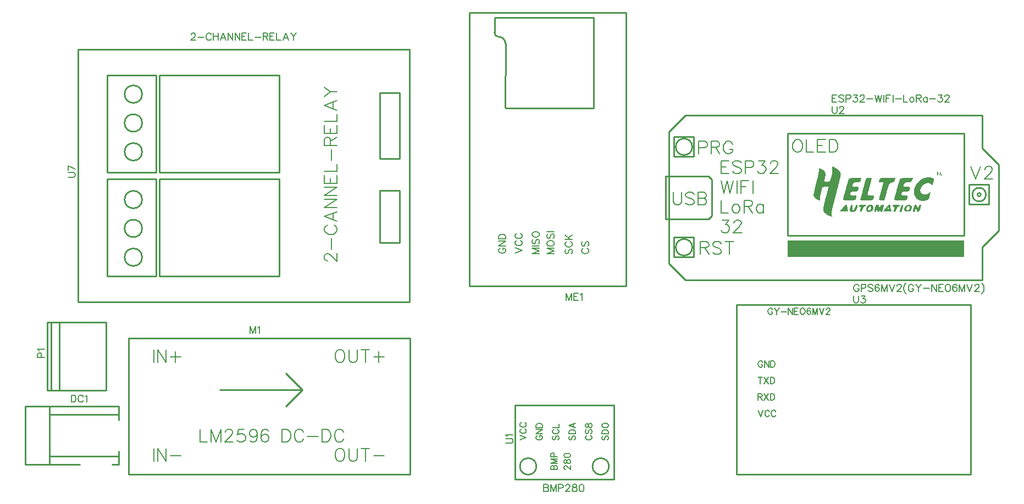
<source format=gto>
G04 Layer: TopSilkLayer*
G04 EasyEDA v6.4.7, 2020-11-20T11:11:39--3:00*
G04 4594473581034ba9b9ea50e3a3b0936a,09237c92188f4bc9b643e288e8680b3c,10*
G04 Gerber Generator version 0.2*
G04 Scale: 100 percent, Rotated: No, Reflected: No *
G04 Dimensions in millimeters *
G04 leading zeros omitted , absolute positions ,3 integer and 3 decimal *
%FSLAX33Y33*%
%MOMM*%
G90*
D02*

%ADD10C,0.254000*%
%ADD13C,0.203200*%
%ADD18C,0.152400*%

%LPD*%

%LPD*%
G36*
G01X139435Y54937D02*
G01X139392Y54941D01*
G01X139349Y54932D01*
G01X139314Y54907D01*
G01X139290Y54869D01*
G01X139281Y54823D01*
G01X139290Y54783D01*
G01X139314Y54760D01*
G01X139349Y54757D01*
G01X139392Y54775D01*
G01X139435Y54805D01*
G01X139471Y54838D01*
G01X139495Y54868D01*
G01X139503Y54892D01*
G01X139495Y54911D01*
G01X139471Y54927D01*
G01X139435Y54937D01*
G37*

%LPD*%
G36*
G01X139213Y55270D02*
G01X139170Y55274D01*
G01X139127Y55251D01*
G01X139094Y55185D01*
G01X139073Y55088D01*
G01X139067Y54969D01*
G01X139070Y54880D01*
G01X139074Y54814D01*
G01X139080Y54772D01*
G01X139089Y54752D01*
G01X139102Y54754D01*
G01X139119Y54778D01*
G01X139142Y54821D01*
G01X139170Y54886D01*
G01X139213Y54989D01*
G01X139243Y55074D01*
G01X139262Y55142D01*
G01X139268Y55194D01*
G01X139262Y55231D01*
G01X139243Y55256D01*
G01X139213Y55270D01*
G37*

%LPD*%
G36*
G01X138808Y55380D02*
G01X138781Y55386D01*
G01X138754Y55380D01*
G01X138731Y55362D01*
G01X138713Y55334D01*
G01X138701Y55296D01*
G01X138693Y55248D01*
G01X138691Y55191D01*
G01X138694Y55126D01*
G01X138702Y55052D01*
G01X138723Y54923D01*
G01X138745Y54817D01*
G01X138766Y54745D01*
G01X138781Y54719D01*
G01X138797Y54745D01*
G01X138817Y54817D01*
G01X138839Y54923D01*
G01X138860Y55052D01*
G01X138869Y55126D01*
G01X138872Y55191D01*
G01X138869Y55248D01*
G01X138862Y55296D01*
G01X138849Y55334D01*
G01X138831Y55362D01*
G01X138808Y55380D01*
G37*

%LPD*%
G36*
G01X134929Y54385D02*
G01X133897Y54385D01*
G01X133792Y54383D01*
G01X133694Y54381D01*
G01X133601Y54377D01*
G01X133515Y54372D01*
G01X133434Y54366D01*
G01X133360Y54359D01*
G01X133293Y54350D01*
G01X133231Y54341D01*
G01X133175Y54331D01*
G01X133126Y54319D01*
G01X133083Y54307D01*
G01X133047Y54294D01*
G01X133017Y54279D01*
G01X132994Y54264D01*
G01X132977Y54247D01*
G01X132971Y54237D01*
G01X132963Y54221D01*
G01X132954Y54199D01*
G01X132943Y54172D01*
G01X132931Y54140D01*
G01X132918Y54103D01*
G01X132903Y54060D01*
G01X132888Y54014D01*
G01X132870Y53963D01*
G01X132853Y53908D01*
G01X132834Y53850D01*
G01X132815Y53787D01*
G01X132794Y53722D01*
G01X132772Y53652D01*
G01X132751Y53581D01*
G01X132728Y53507D01*
G01X132705Y53430D01*
G01X132681Y53351D01*
G01X132657Y53270D01*
G01X132633Y53187D01*
G01X132608Y53103D01*
G01X132558Y52931D01*
G01X132533Y52844D01*
G01X132508Y52756D01*
G01X132483Y52667D01*
G01X132457Y52579D01*
G01X132433Y52491D01*
G01X132408Y52403D01*
G01X132384Y52316D01*
G01X132336Y52144D01*
G01X132313Y52060D01*
G01X132291Y51978D01*
G01X132269Y51897D01*
G01X132248Y51819D01*
G01X132227Y51742D01*
G01X132208Y51668D01*
G01X132189Y51597D01*
G01X132171Y51528D01*
G01X132155Y51463D01*
G01X132139Y51401D01*
G01X132125Y51343D01*
G01X132112Y51288D01*
G01X132100Y51238D01*
G01X132090Y51192D01*
G01X132081Y51151D01*
G01X132073Y51114D01*
G01X132067Y51082D01*
G01X132063Y51056D01*
G01X132060Y51035D01*
G01X132059Y51020D01*
G01X132064Y51012D01*
G01X132080Y51004D01*
G01X132104Y50997D01*
G01X132138Y50989D01*
G01X132180Y50982D01*
G01X132230Y50976D01*
G01X132288Y50970D01*
G01X132353Y50964D01*
G01X132424Y50959D01*
G01X132501Y50954D01*
G01X132583Y50951D01*
G01X132671Y50947D01*
G01X132762Y50945D01*
G01X132858Y50943D01*
G01X132957Y50942D01*
G01X133059Y50941D01*
G01X133189Y50942D01*
G01X133310Y50943D01*
G01X133421Y50945D01*
G01X133521Y50949D01*
G01X133612Y50953D01*
G01X133694Y50959D01*
G01X133767Y50965D01*
G01X133831Y50973D01*
G01X133887Y50982D01*
G01X133934Y50992D01*
G01X133974Y51003D01*
G01X134005Y51016D01*
G01X134030Y51030D01*
G01X134047Y51045D01*
G01X134057Y51062D01*
G01X134061Y51080D01*
G01X134062Y51113D01*
G01X134066Y51154D01*
G01X134073Y51200D01*
G01X134081Y51252D01*
G01X134091Y51305D01*
G01X134103Y51361D01*
G01X134116Y51416D01*
G01X134129Y51469D01*
G01X134142Y51523D01*
G01X134151Y51568D01*
G01X134153Y51606D01*
G01X134147Y51637D01*
G01X134133Y51662D01*
G01X134108Y51681D01*
G01X134073Y51696D01*
G01X134025Y51706D01*
G01X133963Y51713D01*
G01X133886Y51716D01*
G01X133793Y51718D01*
G01X133683Y51719D01*
G01X133592Y51719D01*
G01X133512Y51722D01*
G01X133440Y51726D01*
G01X133379Y51732D01*
G01X133327Y51741D01*
G01X133283Y51753D01*
G01X133248Y51767D01*
G01X133220Y51786D01*
G01X133201Y51807D01*
G01X133188Y51834D01*
G01X133181Y51865D01*
G01X133182Y51900D01*
G01X133188Y51941D01*
G01X133199Y51988D01*
G01X133216Y52040D01*
G01X133238Y52099D01*
G01X133252Y52128D01*
G01X133271Y52154D01*
G01X133296Y52178D01*
G01X133326Y52199D01*
G01X133362Y52217D01*
G01X133404Y52233D01*
G01X133452Y52246D01*
G01X133506Y52256D01*
G01X133566Y52265D01*
G01X133634Y52270D01*
G01X133708Y52273D01*
G01X133789Y52275D01*
G01X133876Y52276D01*
G01X133955Y52279D01*
G01X134025Y52285D01*
G01X134088Y52294D01*
G01X134144Y52306D01*
G01X134193Y52321D01*
G01X134237Y52340D01*
G01X134276Y52362D01*
G01X134310Y52388D01*
G01X134339Y52417D01*
G01X134366Y52451D01*
G01X134388Y52490D01*
G01X134421Y52553D01*
G01X134449Y52612D01*
G01X134472Y52666D01*
G01X134489Y52716D01*
G01X134502Y52762D01*
G01X134509Y52804D01*
G01X134511Y52842D01*
G01X134507Y52876D01*
G01X134498Y52907D01*
G01X134483Y52935D01*
G01X134463Y52959D01*
G01X134437Y52980D01*
G01X134404Y52998D01*
G01X134366Y53013D01*
G01X134321Y53026D01*
G01X134271Y53036D01*
G01X134214Y53043D01*
G01X134150Y53048D01*
G01X134080Y53051D01*
G01X134003Y53052D01*
G01X133903Y53053D01*
G01X133809Y53056D01*
G01X133724Y53061D01*
G01X133650Y53067D01*
G01X133589Y53074D01*
G01X133543Y53082D01*
G01X133514Y53091D01*
G01X133503Y53101D01*
G01X133512Y53141D01*
G01X133534Y53217D01*
G01X133568Y53316D01*
G01X133610Y53428D01*
G01X133632Y53483D01*
G01X133656Y53531D01*
G01X133683Y53572D01*
G01X133714Y53607D01*
G01X133750Y53637D01*
G01X133792Y53662D01*
G01X133842Y53682D01*
G01X133900Y53699D01*
G01X133968Y53712D01*
G01X134046Y53724D01*
G01X134137Y53733D01*
G01X134241Y53740D01*
G01X134350Y53748D01*
G01X134443Y53757D01*
G01X134522Y53768D01*
G01X134590Y53781D01*
G01X134646Y53799D01*
G01X134692Y53820D01*
G01X134731Y53846D01*
G01X134762Y53878D01*
G01X134788Y53917D01*
G01X134810Y53963D01*
G01X134829Y54017D01*
G01X134848Y54080D01*
G01X134929Y54385D01*
G37*

%LPD*%
G36*
G01X132262Y54385D02*
G01X130680Y54385D01*
G01X130574Y54384D01*
G01X130476Y54382D01*
G01X130388Y54380D01*
G01X130309Y54377D01*
G01X130237Y54374D01*
G01X130173Y54370D01*
G01X130116Y54365D01*
G01X130066Y54358D01*
G01X130022Y54350D01*
G01X129983Y54342D01*
G01X129950Y54332D01*
G01X129922Y54320D01*
G01X129897Y54307D01*
G01X129876Y54293D01*
G01X129859Y54276D01*
G01X129844Y54257D01*
G01X129832Y54237D01*
G01X129821Y54215D01*
G01X129812Y54191D01*
G01X129804Y54164D01*
G01X129796Y54136D01*
G01X129772Y54045D01*
G01X129754Y53968D01*
G01X129743Y53905D01*
G01X129739Y53853D01*
G01X129743Y53812D01*
G01X129755Y53780D01*
G01X129778Y53757D01*
G01X129810Y53740D01*
G01X129854Y53729D01*
G01X129909Y53723D01*
G01X129977Y53719D01*
G01X130059Y53719D01*
G01X130188Y53715D01*
G01X130294Y53703D01*
G01X130366Y53686D01*
G01X130392Y53665D01*
G01X130391Y53657D01*
G01X130388Y53640D01*
G01X130383Y53617D01*
G01X130375Y53585D01*
G01X130366Y53548D01*
G01X130355Y53503D01*
G01X130342Y53453D01*
G01X130328Y53396D01*
G01X130312Y53334D01*
G01X130294Y53267D01*
G01X130276Y53195D01*
G01X130256Y53119D01*
G01X130234Y53038D01*
G01X130212Y52954D01*
G01X130188Y52866D01*
G01X130164Y52775D01*
G01X130139Y52681D01*
G01X130113Y52585D01*
G01X130086Y52486D01*
G01X130059Y52385D01*
G01X130032Y52285D01*
G01X130005Y52186D01*
G01X129979Y52089D01*
G01X129954Y51994D01*
G01X129930Y51901D01*
G01X129906Y51811D01*
G01X129884Y51725D01*
G01X129863Y51642D01*
G01X129842Y51563D01*
G01X129823Y51488D01*
G01X129806Y51418D01*
G01X129790Y51352D01*
G01X129776Y51292D01*
G01X129763Y51238D01*
G01X129752Y51190D01*
G01X129743Y51147D01*
G01X129736Y51112D01*
G01X129730Y51084D01*
G01X129727Y51064D01*
G01X129725Y51050D01*
G01X129735Y51029D01*
G01X129759Y51008D01*
G01X129799Y50989D01*
G01X129851Y50973D01*
G01X129914Y50960D01*
G01X129987Y50950D01*
G01X130067Y50943D01*
G01X130153Y50941D01*
G01X130580Y50941D01*
G01X130892Y52136D01*
G01X130914Y52217D01*
G01X130935Y52299D01*
G01X130979Y52457D01*
G01X131001Y52535D01*
G01X131022Y52611D01*
G01X131043Y52684D01*
G01X131064Y52756D01*
G01X131085Y52826D01*
G01X131105Y52893D01*
G01X131125Y52958D01*
G01X131144Y53020D01*
G01X131163Y53079D01*
G01X131181Y53135D01*
G01X131199Y53187D01*
G01X131215Y53235D01*
G01X131231Y53281D01*
G01X131260Y53358D01*
G01X131272Y53390D01*
G01X131284Y53417D01*
G01X131295Y53440D01*
G01X131304Y53457D01*
G01X131312Y53470D01*
G01X131341Y53499D01*
G01X131381Y53531D01*
G01X131431Y53563D01*
G01X131489Y53594D01*
G01X131552Y53624D01*
G01X131620Y53652D01*
G01X131690Y53676D01*
G01X131761Y53697D01*
G01X131818Y53714D01*
G01X131871Y53733D01*
G01X131919Y53754D01*
G01X131964Y53778D01*
G01X132004Y53805D01*
G01X132040Y53835D01*
G01X132072Y53868D01*
G01X132101Y53905D01*
G01X132126Y53945D01*
G01X132148Y53988D01*
G01X132166Y54034D01*
G01X132182Y54085D01*
G01X132262Y54385D01*
G37*

%LPD*%
G36*
G01X128175Y54385D02*
G01X128099Y54385D01*
G01X128033Y54384D01*
G01X127975Y54381D01*
G01X127924Y54376D01*
G01X127880Y54368D01*
G01X127841Y54356D01*
G01X127807Y54341D01*
G01X127778Y54320D01*
G01X127752Y54295D01*
G01X127729Y54263D01*
G01X127708Y54224D01*
G01X127688Y54179D01*
G01X127670Y54126D01*
G01X127650Y54064D01*
G01X127630Y53994D01*
G01X127609Y53914D01*
G01X127601Y53884D01*
G01X127592Y53851D01*
G01X127582Y53814D01*
G01X127572Y53774D01*
G01X127560Y53731D01*
G01X127548Y53684D01*
G01X127535Y53636D01*
G01X127521Y53584D01*
G01X127506Y53530D01*
G01X127491Y53474D01*
G01X127475Y53415D01*
G01X127459Y53355D01*
G01X127442Y53293D01*
G01X127425Y53229D01*
G01X127408Y53163D01*
G01X127390Y53096D01*
G01X127371Y53028D01*
G01X127353Y52959D01*
G01X127334Y52889D01*
G01X127296Y52747D01*
G01X127276Y52675D01*
G01X127257Y52603D01*
G01X127237Y52531D01*
G01X127199Y52387D01*
G01X127160Y52245D01*
G01X127134Y52147D01*
G01X127108Y52051D01*
G01X127083Y51957D01*
G01X127058Y51865D01*
G01X127035Y51776D01*
G01X127012Y51691D01*
G01X126990Y51608D01*
G01X126970Y51529D01*
G01X126950Y51454D01*
G01X126932Y51384D01*
G01X126915Y51319D01*
G01X126899Y51258D01*
G01X126885Y51203D01*
G01X126873Y51154D01*
G01X126862Y51110D01*
G01X126853Y51073D01*
G01X126846Y51043D01*
G01X126841Y51019D01*
G01X126838Y51003D01*
G01X126837Y50995D01*
G01X126842Y50989D01*
G01X126857Y50984D01*
G01X126881Y50979D01*
G01X126915Y50974D01*
G01X126956Y50969D01*
G01X127006Y50965D01*
G01X127063Y50961D01*
G01X127127Y50957D01*
G01X127197Y50953D01*
G01X127273Y50950D01*
G01X127354Y50948D01*
G01X127440Y50945D01*
G01X127531Y50944D01*
G01X127625Y50942D01*
G01X127723Y50941D01*
G01X127957Y50941D01*
G01X128077Y50942D01*
G01X128187Y50943D01*
G01X128284Y50945D01*
G01X128372Y50947D01*
G01X128449Y50951D01*
G01X128518Y50955D01*
G01X128578Y50962D01*
G01X128631Y50969D01*
G01X128676Y50978D01*
G01X128715Y50989D01*
G01X128748Y51002D01*
G01X128775Y51016D01*
G01X128798Y51033D01*
G01X128817Y51053D01*
G01X128833Y51075D01*
G01X128847Y51099D01*
G01X128858Y51127D01*
G01X128868Y51158D01*
G01X128878Y51191D01*
G01X128900Y51276D01*
G01X128918Y51352D01*
G01X128930Y51418D01*
G01X128938Y51476D01*
G01X128940Y51526D01*
G01X128935Y51569D01*
G01X128924Y51605D01*
G01X128906Y51635D01*
G01X128880Y51659D01*
G01X128846Y51678D01*
G01X128803Y51693D01*
G01X128752Y51704D01*
G01X128691Y51711D01*
G01X128621Y51716D01*
G01X128540Y51718D01*
G01X128448Y51719D01*
G01X128347Y51720D01*
G01X128254Y51723D01*
G01X128169Y51728D01*
G01X128095Y51735D01*
G01X128034Y51743D01*
G01X127988Y51752D01*
G01X127958Y51762D01*
G01X127948Y51773D01*
G01X127949Y51781D01*
G01X127953Y51798D01*
G01X127958Y51821D01*
G01X127965Y51853D01*
G01X127974Y51890D01*
G01X127985Y51935D01*
G01X127998Y51985D01*
G01X128012Y52042D01*
G01X128028Y52104D01*
G01X128046Y52171D01*
G01X128065Y52243D01*
G01X128085Y52319D01*
G01X128106Y52400D01*
G01X128128Y52484D01*
G01X128152Y52572D01*
G01X128176Y52663D01*
G01X128201Y52757D01*
G01X128227Y52853D01*
G01X128254Y52952D01*
G01X128281Y53052D01*
G01X128309Y53153D01*
G01X128335Y53251D01*
G01X128361Y53348D01*
G01X128386Y53442D01*
G01X128411Y53533D01*
G01X128434Y53620D01*
G01X128456Y53705D01*
G01X128478Y53786D01*
G01X128498Y53862D01*
G01X128516Y53934D01*
G01X128534Y54001D01*
G01X128550Y54063D01*
G01X128565Y54119D01*
G01X128577Y54170D01*
G01X128588Y54214D01*
G01X128598Y54252D01*
G01X128605Y54283D01*
G01X128610Y54307D01*
G01X128613Y54323D01*
G01X128614Y54332D01*
G01X128606Y54343D01*
G01X128580Y54353D01*
G01X128539Y54362D01*
G01X128485Y54370D01*
G01X128420Y54376D01*
G01X128345Y54381D01*
G01X128263Y54384D01*
G01X128175Y54385D01*
G37*

%LPD*%
G36*
G01X127040Y54385D02*
G01X126008Y54385D01*
G01X125904Y54383D01*
G01X125805Y54381D01*
G01X125712Y54377D01*
G01X125626Y54372D01*
G01X125546Y54366D01*
G01X125471Y54359D01*
G01X125403Y54350D01*
G01X125342Y54341D01*
G01X125287Y54331D01*
G01X125237Y54319D01*
G01X125195Y54307D01*
G01X125159Y54294D01*
G01X125129Y54279D01*
G01X125105Y54264D01*
G01X125088Y54247D01*
G01X125082Y54237D01*
G01X125075Y54221D01*
G01X125066Y54200D01*
G01X125055Y54173D01*
G01X125043Y54141D01*
G01X125030Y54103D01*
G01X125016Y54061D01*
G01X125000Y54014D01*
G01X124983Y53963D01*
G01X124965Y53908D01*
G01X124947Y53849D01*
G01X124927Y53787D01*
G01X124907Y53721D01*
G01X124886Y53651D01*
G01X124864Y53579D01*
G01X124841Y53504D01*
G01X124818Y53427D01*
G01X124794Y53347D01*
G01X124770Y53266D01*
G01X124746Y53183D01*
G01X124721Y53098D01*
G01X124696Y53012D01*
G01X124671Y52924D01*
G01X124646Y52837D01*
G01X124595Y52660D01*
G01X124545Y52482D01*
G01X124520Y52394D01*
G01X124496Y52306D01*
G01X124472Y52219D01*
G01X124448Y52133D01*
G01X124425Y52049D01*
G01X124403Y51966D01*
G01X124381Y51885D01*
G01X124359Y51805D01*
G01X124339Y51729D01*
G01X124320Y51654D01*
G01X124301Y51582D01*
G01X124283Y51514D01*
G01X124266Y51448D01*
G01X124251Y51386D01*
G01X124236Y51328D01*
G01X124223Y51273D01*
G01X124211Y51223D01*
G01X124201Y51177D01*
G01X124192Y51135D01*
G01X124184Y51099D01*
G01X124178Y51068D01*
G01X124173Y51041D01*
G01X124171Y51021D01*
G01X124170Y51006D01*
G01X124176Y51000D01*
G01X124191Y50993D01*
G01X124215Y50987D01*
G01X124249Y50981D01*
G01X124291Y50975D01*
G01X124342Y50970D01*
G01X124399Y50965D01*
G01X124464Y50961D01*
G01X124535Y50956D01*
G01X124612Y50952D01*
G01X124695Y50949D01*
G01X124782Y50946D01*
G01X124874Y50944D01*
G01X124969Y50943D01*
G01X125068Y50942D01*
G01X125170Y50941D01*
G01X125301Y50942D01*
G01X125421Y50943D01*
G01X125532Y50945D01*
G01X125632Y50949D01*
G01X125723Y50953D01*
G01X125805Y50959D01*
G01X125878Y50965D01*
G01X125942Y50973D01*
G01X125998Y50982D01*
G01X126045Y50992D01*
G01X126085Y51003D01*
G01X126117Y51016D01*
G01X126141Y51030D01*
G01X126158Y51045D01*
G01X126168Y51062D01*
G01X126171Y51080D01*
G01X126173Y51113D01*
G01X126178Y51154D01*
G01X126184Y51200D01*
G01X126192Y51252D01*
G01X126202Y51305D01*
G01X126214Y51361D01*
G01X126227Y51416D01*
G01X126240Y51469D01*
G01X126254Y51523D01*
G01X126262Y51568D01*
G01X126264Y51606D01*
G01X126258Y51637D01*
G01X126244Y51662D01*
G01X126220Y51681D01*
G01X126184Y51696D01*
G01X126136Y51706D01*
G01X126074Y51713D01*
G01X125997Y51716D01*
G01X125904Y51718D01*
G01X125794Y51719D01*
G01X125703Y51719D01*
G01X125623Y51722D01*
G01X125552Y51726D01*
G01X125490Y51732D01*
G01X125438Y51741D01*
G01X125394Y51753D01*
G01X125359Y51767D01*
G01X125332Y51786D01*
G01X125312Y51807D01*
G01X125299Y51834D01*
G01X125293Y51865D01*
G01X125293Y51900D01*
G01X125299Y51941D01*
G01X125310Y51988D01*
G01X125327Y52040D01*
G01X125349Y52099D01*
G01X125363Y52128D01*
G01X125383Y52154D01*
G01X125407Y52178D01*
G01X125437Y52199D01*
G01X125473Y52217D01*
G01X125515Y52233D01*
G01X125563Y52246D01*
G01X125617Y52256D01*
G01X125678Y52265D01*
G01X125745Y52270D01*
G01X125819Y52273D01*
G01X125900Y52275D01*
G01X125987Y52276D01*
G01X126065Y52279D01*
G01X126136Y52285D01*
G01X126198Y52294D01*
G01X126255Y52306D01*
G01X126304Y52321D01*
G01X126348Y52340D01*
G01X126387Y52362D01*
G01X126421Y52388D01*
G01X126450Y52417D01*
G01X126476Y52451D01*
G01X126500Y52490D01*
G01X126532Y52553D01*
G01X126560Y52612D01*
G01X126583Y52666D01*
G01X126601Y52716D01*
G01X126613Y52762D01*
G01X126620Y52804D01*
G01X126622Y52842D01*
G01X126619Y52876D01*
G01X126609Y52907D01*
G01X126595Y52935D01*
G01X126574Y52959D01*
G01X126548Y52980D01*
G01X126515Y52998D01*
G01X126477Y53013D01*
G01X126433Y53026D01*
G01X126382Y53036D01*
G01X126325Y53043D01*
G01X126261Y53048D01*
G01X126191Y53051D01*
G01X126115Y53052D01*
G01X126014Y53053D01*
G01X125921Y53056D01*
G01X125836Y53061D01*
G01X125762Y53067D01*
G01X125700Y53074D01*
G01X125654Y53082D01*
G01X125625Y53091D01*
G01X125615Y53101D01*
G01X125623Y53141D01*
G01X125646Y53217D01*
G01X125679Y53316D01*
G01X125720Y53428D01*
G01X125743Y53483D01*
G01X125768Y53531D01*
G01X125795Y53572D01*
G01X125826Y53607D01*
G01X125862Y53637D01*
G01X125904Y53662D01*
G01X125953Y53682D01*
G01X126011Y53699D01*
G01X126079Y53712D01*
G01X126157Y53724D01*
G01X126248Y53733D01*
G01X126352Y53740D01*
G01X126461Y53748D01*
G01X126554Y53757D01*
G01X126634Y53768D01*
G01X126701Y53781D01*
G01X126757Y53799D01*
G01X126803Y53820D01*
G01X126842Y53846D01*
G01X126873Y53878D01*
G01X126899Y53917D01*
G01X126921Y53963D01*
G01X126941Y54017D01*
G01X126959Y54080D01*
G01X127040Y54385D01*
G37*

%LPD*%
G36*
G01X137448Y54483D02*
G01X137379Y54483D01*
G01X137310Y54482D01*
G01X137240Y54479D01*
G01X137100Y54467D01*
G01X137030Y54458D01*
G01X136892Y54434D01*
G01X136824Y54419D01*
G01X136757Y54402D01*
G01X136691Y54384D01*
G01X136638Y54367D01*
G01X136585Y54348D01*
G01X136534Y54328D01*
G01X136482Y54306D01*
G01X136431Y54282D01*
G01X136381Y54257D01*
G01X136330Y54231D01*
G01X136281Y54202D01*
G01X136232Y54172D01*
G01X136185Y54141D01*
G01X136137Y54109D01*
G01X136091Y54075D01*
G01X136044Y54039D01*
G01X135999Y54002D01*
G01X135955Y53964D01*
G01X135911Y53925D01*
G01X135869Y53885D01*
G01X135827Y53843D01*
G01X135786Y53801D01*
G01X135746Y53758D01*
G01X135707Y53713D01*
G01X135631Y53621D01*
G01X135595Y53573D01*
G01X135561Y53525D01*
G01X135527Y53476D01*
G01X135494Y53426D01*
G01X135463Y53376D01*
G01X135432Y53324D01*
G01X135403Y53272D01*
G01X135375Y53220D01*
G01X135349Y53167D01*
G01X135324Y53113D01*
G01X135300Y53059D01*
G01X135277Y53004D01*
G01X135257Y52949D01*
G01X135237Y52893D01*
G01X135218Y52838D01*
G01X135202Y52782D01*
G01X135187Y52725D01*
G01X135173Y52669D01*
G01X135161Y52612D01*
G01X135151Y52555D01*
G01X135142Y52498D01*
G01X135135Y52441D01*
G01X135125Y52327D01*
G01X135124Y52270D01*
G01X135124Y52206D01*
G01X135126Y52143D01*
G01X135130Y52082D01*
G01X135137Y52022D01*
G01X135145Y51962D01*
G01X135156Y51904D01*
G01X135169Y51848D01*
G01X135184Y51793D01*
G01X135201Y51738D01*
G01X135220Y51685D01*
G01X135241Y51634D01*
G01X135263Y51584D01*
G01X135288Y51536D01*
G01X135314Y51489D01*
G01X135342Y51443D01*
G01X135372Y51399D01*
G01X135404Y51356D01*
G01X135438Y51315D01*
G01X135473Y51276D01*
G01X135510Y51238D01*
G01X135548Y51202D01*
G01X135588Y51167D01*
G01X135629Y51134D01*
G01X135673Y51103D01*
G01X135717Y51074D01*
G01X135763Y51046D01*
G01X135810Y51020D01*
G01X135859Y50997D01*
G01X135909Y50974D01*
G01X135961Y50954D01*
G01X136013Y50936D01*
G01X136067Y50919D01*
G01X136123Y50905D01*
G01X136179Y50892D01*
G01X136236Y50882D01*
G01X136295Y50873D01*
G01X136355Y50867D01*
G01X136415Y50863D01*
G01X136477Y50860D01*
G01X136540Y50860D01*
G01X136604Y50863D01*
G01X136669Y50867D01*
G01X136734Y50874D01*
G01X136800Y50883D01*
G01X136876Y50895D01*
G01X136946Y50908D01*
G01X137010Y50923D01*
G01X137069Y50940D01*
G01X137123Y50959D01*
G01X137172Y50981D01*
G01X137217Y51006D01*
G01X137259Y51034D01*
G01X137297Y51065D01*
G01X137331Y51101D01*
G01X137363Y51141D01*
G01X137392Y51186D01*
G01X137418Y51236D01*
G01X137442Y51292D01*
G01X137465Y51353D01*
G01X137487Y51421D01*
G01X137507Y51495D01*
G01X137526Y51576D01*
G01X137545Y51665D01*
G01X137564Y51761D01*
G01X137644Y52188D01*
G01X137359Y52001D01*
G01X137307Y51969D01*
G01X137253Y51941D01*
G01X137199Y51916D01*
G01X137143Y51895D01*
G01X137086Y51877D01*
G01X137029Y51864D01*
G01X136973Y51853D01*
G01X136916Y51846D01*
G01X136859Y51842D01*
G01X136802Y51842D01*
G01X136746Y51845D01*
G01X136692Y51852D01*
G01X136638Y51861D01*
G01X136585Y51874D01*
G01X136534Y51891D01*
G01X136485Y51910D01*
G01X136438Y51932D01*
G01X136393Y51958D01*
G01X136350Y51987D01*
G01X136310Y52019D01*
G01X136273Y52054D01*
G01X136240Y52091D01*
G01X136209Y52132D01*
G01X136182Y52176D01*
G01X136160Y52218D01*
G01X136141Y52261D01*
G01X136126Y52304D01*
G01X136115Y52347D01*
G01X136105Y52391D01*
G01X136099Y52434D01*
G01X136096Y52478D01*
G01X136096Y52523D01*
G01X136098Y52567D01*
G01X136103Y52611D01*
G01X136111Y52655D01*
G01X136121Y52698D01*
G01X136133Y52742D01*
G01X136148Y52785D01*
G01X136165Y52828D01*
G01X136205Y52912D01*
G01X136229Y52953D01*
G01X136254Y52994D01*
G01X136281Y53034D01*
G01X136309Y53073D01*
G01X136339Y53111D01*
G01X136371Y53148D01*
G01X136404Y53185D01*
G01X136439Y53220D01*
G01X136475Y53254D01*
G01X136512Y53287D01*
G01X136550Y53319D01*
G01X136590Y53349D01*
G01X136630Y53378D01*
G01X136671Y53406D01*
G01X136712Y53431D01*
G01X136755Y53456D01*
G01X136799Y53479D01*
G01X136843Y53500D01*
G01X136887Y53519D01*
G01X136931Y53537D01*
G01X136977Y53552D01*
G01X137022Y53566D01*
G01X137067Y53577D01*
G01X137112Y53586D01*
G01X137157Y53594D01*
G01X137203Y53598D01*
G01X137248Y53601D01*
G01X137293Y53601D01*
G01X137337Y53599D01*
G01X137381Y53594D01*
G01X137425Y53586D01*
G01X137467Y53577D01*
G01X137510Y53564D01*
G01X137551Y53548D01*
G01X137591Y53529D01*
G01X137630Y53508D01*
G01X137669Y53484D01*
G01X137706Y53456D01*
G01X137742Y53426D01*
G01X137799Y53377D01*
G01X137845Y53342D01*
G01X137883Y53319D01*
G01X137914Y53310D01*
G01X137939Y53313D01*
G01X137959Y53329D01*
G01X137976Y53357D01*
G01X137992Y53398D01*
G01X138003Y53437D01*
G01X138019Y53487D01*
G01X138038Y53547D01*
G01X138060Y53614D01*
G01X138083Y53687D01*
G01X138107Y53764D01*
G01X138132Y53841D01*
G01X138156Y53918D01*
G01X138181Y53996D01*
G01X138199Y54063D01*
G01X138213Y54120D01*
G01X138219Y54169D01*
G01X138219Y54209D01*
G01X138212Y54244D01*
G01X138197Y54273D01*
G01X138173Y54299D01*
G01X138142Y54322D01*
G01X138102Y54344D01*
G01X138052Y54367D01*
G01X137992Y54390D01*
G01X137940Y54408D01*
G01X137886Y54424D01*
G01X137830Y54438D01*
G01X137771Y54450D01*
G01X137709Y54461D01*
G01X137646Y54469D01*
G01X137581Y54475D01*
G01X137515Y54480D01*
G01X137448Y54483D01*
G37*

%LPD*%
G36*
G01X134386Y50249D02*
G01X134334Y50251D01*
G01X134281Y50250D01*
G01X134228Y50244D01*
G01X134175Y50235D01*
G01X134122Y50221D01*
G01X134070Y50203D01*
G01X134020Y50181D01*
G01X133970Y50155D01*
G01X133924Y50125D01*
G01X133879Y50091D01*
G01X133837Y50052D01*
G01X133784Y49994D01*
G01X133739Y49932D01*
G01X133701Y49867D01*
G01X133672Y49800D01*
G01X133650Y49731D01*
G01X133637Y49661D01*
G01X133632Y49589D01*
G01X133636Y49518D01*
G01X133644Y49455D01*
G01X133654Y49403D01*
G01X133668Y49358D01*
G01X133685Y49321D01*
G01X133708Y49291D01*
G01X133737Y49268D01*
G01X133774Y49250D01*
G01X133819Y49237D01*
G01X133875Y49228D01*
G01X133942Y49223D01*
G01X134021Y49220D01*
G01X134113Y49219D01*
G01X134202Y49220D01*
G01X134280Y49224D01*
G01X134348Y49231D01*
G01X134408Y49241D01*
G01X134459Y49257D01*
G01X134505Y49277D01*
G01X134545Y49303D01*
G01X134581Y49335D01*
G01X134615Y49376D01*
G01X134647Y49423D01*
G01X134679Y49479D01*
G01X134711Y49544D01*
G01X134748Y49624D01*
G01X134775Y49699D01*
G01X134793Y49768D01*
G01X134803Y49832D01*
G01X134804Y49891D01*
G01X134797Y49946D01*
G01X134782Y49996D01*
G01X134758Y50044D01*
G01X134730Y50083D01*
G01X134697Y50118D01*
G01X134661Y50148D01*
G01X134622Y50175D01*
G01X134579Y50198D01*
G01X134534Y50217D01*
G01X134486Y50232D01*
G01X134437Y50242D01*
G01X134386Y50249D01*
G37*

%LPC*%
G36*
G01X134334Y50042D02*
G01X134291Y50046D01*
G01X134244Y50036D01*
G01X134194Y50012D01*
G01X134139Y49972D01*
G01X134081Y49919D01*
G01X134039Y49869D01*
G01X134005Y49815D01*
G01X133980Y49757D01*
G01X133963Y49698D01*
G01X133954Y49639D01*
G01X133952Y49582D01*
G01X133960Y49530D01*
G01X133974Y49483D01*
G01X133997Y49443D01*
G01X134027Y49412D01*
G01X134065Y49392D01*
G01X134110Y49386D01*
G01X134159Y49394D01*
G01X134209Y49416D01*
G01X134258Y49451D01*
G01X134305Y49495D01*
G01X134348Y49548D01*
G01X134387Y49606D01*
G01X134420Y49667D01*
G01X134445Y49729D01*
G01X134462Y49790D01*
G01X134469Y49848D01*
G01X134464Y49899D01*
G01X134446Y49944D01*
G01X134412Y49991D01*
G01X134374Y50024D01*
G01X134334Y50042D01*
G37*

%LPD*%
G36*
G01X131391Y50274D02*
G01X131364Y50276D01*
G01X131334Y50272D01*
G01X131302Y50264D01*
G01X131268Y50250D01*
G01X131232Y50232D01*
G01X131194Y50209D01*
G01X131155Y50181D01*
G01X131114Y50149D01*
G01X131073Y50112D01*
G01X131030Y50071D01*
G01X130986Y50025D01*
G01X130942Y49975D01*
G01X130898Y49920D01*
G01X130853Y49862D01*
G01X130808Y49799D01*
G01X130763Y49733D01*
G01X130411Y49194D01*
G01X131022Y49203D01*
G01X131632Y49212D01*
G01X131568Y49535D01*
G01X131555Y49604D01*
G01X131543Y49677D01*
G01X131532Y49751D01*
G01X131522Y49824D01*
G01X131515Y49895D01*
G01X131509Y49960D01*
G01X131505Y50018D01*
G01X131503Y50066D01*
G01X131501Y50112D01*
G01X131496Y50151D01*
G01X131486Y50185D01*
G01X131473Y50214D01*
G01X131457Y50237D01*
G01X131438Y50254D01*
G01X131416Y50267D01*
G01X131391Y50274D01*
G37*

%LPC*%
G36*
G01X131133Y49821D02*
G01X131108Y49830D01*
G01X131089Y49821D01*
G01X131073Y49797D01*
G01X131063Y49762D01*
G01X131059Y49719D01*
G01X131068Y49676D01*
G01X131093Y49641D01*
G01X131131Y49617D01*
G01X131177Y49608D01*
G01X131217Y49617D01*
G01X131240Y49641D01*
G01X131243Y49676D01*
G01X131226Y49719D01*
G01X131195Y49762D01*
G01X131163Y49797D01*
G01X131133Y49821D01*
G37*

%LPD*%
G36*
G01X124725Y50274D02*
G01X124697Y50276D01*
G01X124667Y50272D01*
G01X124635Y50264D01*
G01X124601Y50250D01*
G01X124565Y50232D01*
G01X124528Y50209D01*
G01X124488Y50181D01*
G01X124448Y50149D01*
G01X124406Y50112D01*
G01X124363Y50071D01*
G01X124320Y50025D01*
G01X124276Y49975D01*
G01X124231Y49920D01*
G01X124186Y49862D01*
G01X124141Y49799D01*
G01X124096Y49733D01*
G01X123744Y49194D01*
G01X124966Y49212D01*
G01X124901Y49535D01*
G01X124888Y49604D01*
G01X124876Y49677D01*
G01X124865Y49751D01*
G01X124856Y49824D01*
G01X124848Y49895D01*
G01X124842Y49960D01*
G01X124838Y50018D01*
G01X124837Y50066D01*
G01X124835Y50112D01*
G01X124829Y50151D01*
G01X124820Y50185D01*
G01X124807Y50214D01*
G01X124791Y50237D01*
G01X124771Y50254D01*
G01X124750Y50267D01*
G01X124725Y50274D01*
G37*

%LPD*%
G36*
G01X127181Y50275D02*
G01X127108Y50275D01*
G01X127036Y50274D01*
G01X126968Y50270D01*
G01X126903Y50264D01*
G01X126845Y50256D01*
G01X126792Y50246D01*
G01X126748Y50233D01*
G01X126713Y50218D01*
G01X126689Y50201D01*
G01X126649Y50153D01*
G01X126625Y50106D01*
G01X126616Y50062D01*
G01X126622Y50023D01*
G01X126642Y49990D01*
G01X126675Y49964D01*
G01X126722Y49947D01*
G01X126781Y49941D01*
G01X126863Y49941D01*
G01X126892Y49939D01*
G01X126914Y49933D01*
G01X126928Y49921D01*
G01X126935Y49900D01*
G01X126935Y49871D01*
G01X126929Y49830D01*
G01X126916Y49776D01*
G01X126897Y49707D01*
G01X126873Y49621D01*
G01X126843Y49517D01*
G01X126814Y49411D01*
G01X126794Y49327D01*
G01X126786Y49265D01*
G01X126789Y49221D01*
G01X126803Y49193D01*
G01X126830Y49179D01*
G01X126869Y49177D01*
G01X126922Y49185D01*
G01X126961Y49199D01*
G01X127002Y49226D01*
G01X127042Y49265D01*
G01X127082Y49313D01*
G01X127119Y49369D01*
G01X127153Y49432D01*
G01X127183Y49500D01*
G01X127207Y49571D01*
G01X127232Y49643D01*
G01X127263Y49712D01*
G01X127299Y49777D01*
G01X127340Y49835D01*
G01X127383Y49887D01*
G01X127428Y49928D01*
G01X127472Y49959D01*
G01X127517Y49977D01*
G01X127598Y50008D01*
G01X127664Y50051D01*
G01X127709Y50102D01*
G01X127725Y50153D01*
G01X127719Y50172D01*
G01X127700Y50189D01*
G01X127670Y50206D01*
G01X127630Y50220D01*
G01X127581Y50233D01*
G01X127525Y50245D01*
G01X127463Y50254D01*
G01X127397Y50262D01*
G01X127327Y50268D01*
G01X127254Y50273D01*
G01X127181Y50275D01*
G37*

%LPD*%
G36*
G01X128488Y50280D02*
G01X128446Y50282D01*
G01X128403Y50281D01*
G01X128358Y50276D01*
G01X128313Y50268D01*
G01X128267Y50254D01*
G01X128221Y50238D01*
G01X128174Y50217D01*
G01X128127Y50191D01*
G01X128081Y50161D01*
G01X128033Y50127D01*
G01X127987Y50089D01*
G01X127941Y50046D01*
G01X127901Y50001D01*
G01X127866Y49955D01*
G01X127835Y49905D01*
G01X127809Y49853D01*
G01X127787Y49800D01*
G01X127770Y49746D01*
G01X127757Y49691D01*
G01X127749Y49636D01*
G01X127745Y49582D01*
G01X127745Y49530D01*
G01X127750Y49479D01*
G01X127759Y49429D01*
G01X127773Y49383D01*
G01X127790Y49341D01*
G01X127812Y49301D01*
G01X127838Y49267D01*
G01X127869Y49237D01*
G01X127903Y49213D01*
G01X127942Y49194D01*
G01X127985Y49183D01*
G01X128057Y49171D01*
G01X128127Y49165D01*
G01X128196Y49165D01*
G01X128262Y49170D01*
G01X128326Y49179D01*
G01X128388Y49194D01*
G01X128447Y49214D01*
G01X128503Y49238D01*
G01X128556Y49267D01*
G01X128605Y49300D01*
G01X128650Y49338D01*
G01X128692Y49380D01*
G01X128729Y49426D01*
G01X128762Y49476D01*
G01X128790Y49530D01*
G01X128813Y49588D01*
G01X128831Y49646D01*
G01X128845Y49702D01*
G01X128854Y49756D01*
G01X128858Y49807D01*
G01X128859Y49857D01*
G01X128856Y49904D01*
G01X128848Y49950D01*
G01X128837Y49992D01*
G01X128823Y50032D01*
G01X128806Y50070D01*
G01X128785Y50105D01*
G01X128762Y50137D01*
G01X128735Y50166D01*
G01X128706Y50191D01*
G01X128675Y50214D01*
G01X128641Y50234D01*
G01X128606Y50251D01*
G01X128568Y50264D01*
G01X128529Y50274D01*
G01X128488Y50280D01*
G37*

%LPC*%
G36*
G01X128390Y49979D02*
G01X128352Y49989D01*
G01X128312Y49987D01*
G01X128272Y49973D01*
G01X128231Y49949D01*
G01X128193Y49915D01*
G01X128157Y49872D01*
G01X128125Y49823D01*
G01X128098Y49767D01*
G01X128077Y49707D01*
G01X128064Y49643D01*
G01X128059Y49577D01*
G01X128063Y49531D01*
G01X128075Y49491D01*
G01X128094Y49459D01*
G01X128118Y49434D01*
G01X128147Y49416D01*
G01X128180Y49406D01*
G01X128215Y49402D01*
G01X128252Y49405D01*
G01X128289Y49415D01*
G01X128326Y49430D01*
G01X128362Y49452D01*
G01X128395Y49480D01*
G01X128425Y49514D01*
G01X128451Y49553D01*
G01X128471Y49599D01*
G01X128485Y49649D01*
G01X128493Y49736D01*
G01X128483Y49823D01*
G01X128461Y49898D01*
G01X128425Y49953D01*
G01X128390Y49979D01*
G37*

%LPD*%
G36*
G01X133420Y50263D02*
G01X133353Y50275D01*
G01X133311Y50267D01*
G01X133270Y50243D01*
G01X133230Y50205D01*
G01X133191Y50151D01*
G01X133153Y50084D01*
G01X133117Y50003D01*
G01X133084Y49909D01*
G01X133052Y49802D01*
G01X133025Y49706D01*
G01X132999Y49612D01*
G01X132973Y49524D01*
G01X132948Y49444D01*
G01X132925Y49374D01*
G01X132904Y49316D01*
G01X132887Y49273D01*
G01X132875Y49247D01*
G01X132872Y49215D01*
G01X132902Y49188D01*
G01X132960Y49170D01*
G01X133040Y49163D01*
G01X133097Y49168D01*
G01X133145Y49184D01*
G01X133188Y49211D01*
G01X133225Y49252D01*
G01X133257Y49305D01*
G01X133285Y49375D01*
G01X133309Y49459D01*
G01X133331Y49560D01*
G01X133347Y49643D01*
G01X133365Y49727D01*
G01X133383Y49809D01*
G01X133401Y49887D01*
G01X133420Y49959D01*
G01X133437Y50023D01*
G01X133453Y50076D01*
G01X133466Y50116D01*
G01X133479Y50181D01*
G01X133463Y50231D01*
G01X133420Y50263D01*
G37*

%LPD*%
G36*
G01X130370Y50282D02*
G01X130336Y50287D01*
G01X130299Y50286D01*
G01X130260Y50280D01*
G01X130220Y50268D01*
G01X130178Y50249D01*
G01X130135Y50225D01*
G01X130092Y50197D01*
G01X130051Y50161D01*
G01X130009Y50121D01*
G01X129970Y50076D01*
G01X129934Y50025D01*
G01X129900Y49969D01*
G01X129735Y49664D01*
G01X129730Y49969D01*
G01X129726Y50049D01*
G01X129717Y50114D01*
G01X129701Y50168D01*
G01X129678Y50209D01*
G01X129647Y50239D01*
G01X129608Y50259D01*
G01X129559Y50271D01*
G01X129500Y50275D01*
G01X129408Y50264D01*
G01X129327Y50234D01*
G01X129264Y50189D01*
G01X129228Y50136D01*
G01X129191Y50021D01*
G01X129158Y49914D01*
G01X129129Y49812D01*
G01X129103Y49718D01*
G01X129081Y49632D01*
G01X129064Y49552D01*
G01X129050Y49479D01*
G01X129040Y49414D01*
G01X129034Y49356D01*
G01X129032Y49305D01*
G01X129034Y49262D01*
G01X129039Y49227D01*
G01X129049Y49199D01*
G01X129062Y49179D01*
G01X129080Y49167D01*
G01X129102Y49163D01*
G01X129132Y49170D01*
G01X129165Y49188D01*
G01X129199Y49216D01*
G01X129234Y49253D01*
G01X129268Y49298D01*
G01X129301Y49350D01*
G01X129332Y49408D01*
G01X129359Y49469D01*
G01X129480Y49774D01*
G01X129492Y49469D01*
G01X129504Y49350D01*
G01X129531Y49253D01*
G01X129568Y49188D01*
G01X129611Y49163D01*
G01X129636Y49170D01*
G01X129667Y49188D01*
G01X129701Y49216D01*
G01X129739Y49253D01*
G01X129778Y49298D01*
G01X129818Y49350D01*
G01X129857Y49408D01*
G01X129895Y49469D01*
G01X130070Y49774D01*
G01X130007Y49469D01*
G01X129994Y49393D01*
G01X129987Y49329D01*
G01X129987Y49277D01*
G01X129995Y49235D01*
G01X130009Y49203D01*
G01X130031Y49181D01*
G01X130061Y49168D01*
G01X130099Y49163D01*
G01X130131Y49170D01*
G01X130164Y49188D01*
G01X130196Y49216D01*
G01X130227Y49253D01*
G01X130256Y49298D01*
G01X130282Y49350D01*
G01X130304Y49408D01*
G01X130320Y49469D01*
G01X130335Y49536D01*
G01X130352Y49607D01*
G01X130370Y49682D01*
G01X130388Y49758D01*
G01X130407Y49833D01*
G01X130425Y49903D01*
G01X130443Y49968D01*
G01X130458Y50024D01*
G01X130470Y50079D01*
G01X130475Y50126D01*
G01X130472Y50168D01*
G01X130462Y50203D01*
G01X130447Y50232D01*
G01X130425Y50254D01*
G01X130400Y50272D01*
G01X130370Y50282D01*
G37*

%LPD*%
G36*
G01X125590Y50291D02*
G01X125569Y50295D01*
G01X125547Y50292D01*
G01X125524Y50283D01*
G01X125500Y50267D01*
G01X125476Y50245D01*
G01X125450Y50216D01*
G01X125425Y50180D01*
G01X125399Y50138D01*
G01X125374Y50089D01*
G01X125350Y50034D01*
G01X125326Y49972D01*
G01X125302Y49903D01*
G01X125280Y49828D01*
G01X125260Y49748D01*
G01X125242Y49674D01*
G01X125229Y49607D01*
G01X125218Y49546D01*
G01X125212Y49490D01*
G01X125209Y49440D01*
G01X125210Y49395D01*
G01X125216Y49355D01*
G01X125226Y49319D01*
G01X125240Y49288D01*
G01X125260Y49261D01*
G01X125283Y49238D01*
G01X125312Y49218D01*
G01X125346Y49202D01*
G01X125385Y49189D01*
G01X125429Y49179D01*
G01X125479Y49172D01*
G01X125534Y49167D01*
G01X125596Y49164D01*
G01X125663Y49163D01*
G01X125725Y49164D01*
G01X125783Y49167D01*
G01X125837Y49173D01*
G01X125886Y49181D01*
G01X125933Y49192D01*
G01X125976Y49205D01*
G01X126016Y49223D01*
G01X126053Y49243D01*
G01X126088Y49268D01*
G01X126120Y49297D01*
G01X126150Y49330D01*
G01X126179Y49367D01*
G01X126206Y49410D01*
G01X126231Y49457D01*
G01X126256Y49511D01*
G01X126280Y49569D01*
G01X126304Y49634D01*
G01X126327Y49704D01*
G01X126350Y49781D01*
G01X126374Y49865D01*
G01X126406Y49987D01*
G01X126427Y50083D01*
G01X126438Y50155D01*
G01X126438Y50206D01*
G01X126425Y50239D01*
G01X126402Y50256D01*
G01X126366Y50260D01*
G01X126316Y50253D01*
G01X126279Y50239D01*
G01X126239Y50210D01*
G01X126198Y50169D01*
G01X126157Y50117D01*
G01X126118Y50057D01*
G01X126080Y49989D01*
G01X126046Y49916D01*
G01X126018Y49838D01*
G01X125990Y49761D01*
G01X125957Y49686D01*
G01X125921Y49617D01*
G01X125883Y49555D01*
G01X125845Y49501D01*
G01X125807Y49457D01*
G01X125771Y49425D01*
G01X125737Y49407D01*
G01X125695Y49398D01*
G01X125663Y49403D01*
G01X125641Y49422D01*
G01X125627Y49459D01*
G01X125622Y49515D01*
G01X125625Y49591D01*
G01X125637Y49691D01*
G01X125655Y49816D01*
G01X125665Y49891D01*
G01X125672Y49960D01*
G01X125675Y50023D01*
G01X125674Y50080D01*
G01X125670Y50129D01*
G01X125663Y50173D01*
G01X125653Y50209D01*
G01X125641Y50240D01*
G01X125625Y50263D01*
G01X125609Y50280D01*
G01X125590Y50291D01*
G37*

%LPD*%
G36*
G01X135405Y50256D02*
G01X135375Y50261D01*
G01X135346Y50257D01*
G01X135316Y50247D01*
G01X135287Y50230D01*
G01X135259Y50206D01*
G01X135230Y50175D01*
G01X135203Y50137D01*
G01X135176Y50092D01*
G01X135149Y50041D01*
G01X135124Y49983D01*
G01X135100Y49917D01*
G01X135077Y49845D01*
G01X135047Y49744D01*
G01X135021Y49654D01*
G01X135000Y49573D01*
G01X134983Y49501D01*
G01X134970Y49437D01*
G01X134961Y49382D01*
G01X134957Y49333D01*
G01X134957Y49293D01*
G01X134961Y49258D01*
G01X134970Y49230D01*
G01X134983Y49208D01*
G01X135001Y49191D01*
G01X135022Y49178D01*
G01X135048Y49169D01*
G01X135079Y49165D01*
G01X135115Y49163D01*
G01X135180Y49181D01*
G01X135233Y49228D01*
G01X135268Y49299D01*
G01X135281Y49386D01*
G01X135285Y49453D01*
G01X135295Y49507D01*
G01X135310Y49549D01*
G01X135331Y49579D01*
G01X135355Y49596D01*
G01X135380Y49601D01*
G01X135408Y49594D01*
G01X135437Y49575D01*
G01X135465Y49543D01*
G01X135492Y49500D01*
G01X135517Y49444D01*
G01X135538Y49376D01*
G01X135553Y49327D01*
G01X135570Y49285D01*
G01X135589Y49248D01*
G01X135609Y49218D01*
G01X135631Y49194D01*
G01X135655Y49176D01*
G01X135680Y49164D01*
G01X135706Y49158D01*
G01X135733Y49158D01*
G01X135760Y49163D01*
G01X135788Y49173D01*
G01X135817Y49189D01*
G01X135845Y49209D01*
G01X135874Y49236D01*
G01X135903Y49267D01*
G01X135931Y49303D01*
G01X135959Y49344D01*
G01X135986Y49389D01*
G01X136012Y49439D01*
G01X136037Y49493D01*
G01X136062Y49552D01*
G01X136085Y49615D01*
G01X136105Y49682D01*
G01X136125Y49753D01*
G01X136153Y49864D01*
G01X136176Y49958D01*
G01X136192Y50036D01*
G01X136203Y50101D01*
G01X136209Y50153D01*
G01X136209Y50193D01*
G01X136203Y50222D01*
G01X136191Y50243D01*
G01X136173Y50254D01*
G01X136149Y50259D01*
G01X136119Y50258D01*
G01X136082Y50252D01*
G01X136044Y50240D01*
G01X136006Y50217D01*
G01X135969Y50186D01*
G01X135934Y50147D01*
G01X135901Y50101D01*
G01X135872Y50051D01*
G01X135848Y49997D01*
G01X135830Y49940D01*
G01X135757Y49664D01*
G01X135633Y49969D01*
G01X135606Y50030D01*
G01X135579Y50084D01*
G01X135551Y50130D01*
G01X135522Y50170D01*
G01X135493Y50202D01*
G01X135464Y50227D01*
G01X135435Y50245D01*
G01X135405Y50256D01*
G37*

%LPD*%
G36*
G01X132474Y50273D02*
G01X132392Y50275D01*
G01X132293Y50274D01*
G01X132205Y50271D01*
G01X132128Y50266D01*
G01X132062Y50259D01*
G01X132005Y50250D01*
G01X131957Y50239D01*
G01X131918Y50224D01*
G01X131887Y50207D01*
G01X131865Y50187D01*
G01X131849Y50164D01*
G01X131840Y50138D01*
G01X131837Y50108D01*
G01X131849Y50043D01*
G01X131883Y49990D01*
G01X131934Y49954D01*
G01X131996Y49941D01*
G01X132037Y49937D01*
G01X132069Y49925D01*
G01X132090Y49903D01*
G01X132102Y49869D01*
G01X132103Y49823D01*
G01X132096Y49761D01*
G01X132079Y49683D01*
G01X132053Y49587D01*
G01X132034Y49515D01*
G01X132018Y49446D01*
G01X132005Y49382D01*
G01X131996Y49323D01*
G01X131991Y49273D01*
G01X131990Y49232D01*
G01X131993Y49202D01*
G01X132001Y49185D01*
G01X132034Y49161D01*
G01X132071Y49151D01*
G01X132111Y49153D01*
G01X132153Y49167D01*
G01X132196Y49192D01*
G01X132238Y49227D01*
G01X132279Y49270D01*
G01X132317Y49321D01*
G01X132352Y49379D01*
G01X132383Y49443D01*
G01X132408Y49511D01*
G01X132426Y49584D01*
G01X132445Y49658D01*
G01X132470Y49726D01*
G01X132500Y49787D01*
G01X132535Y49840D01*
G01X132576Y49887D01*
G01X132620Y49924D01*
G01X132668Y49953D01*
G01X132720Y49972D01*
G01X132781Y49990D01*
G01X132832Y50008D01*
G01X132875Y50027D01*
G01X132908Y50047D01*
G01X132933Y50067D01*
G01X132949Y50088D01*
G01X132956Y50108D01*
G01X132956Y50128D01*
G01X132948Y50147D01*
G01X132931Y50166D01*
G01X132908Y50184D01*
G01X132877Y50201D01*
G01X132839Y50217D01*
G01X132794Y50231D01*
G01X132742Y50243D01*
G01X132685Y50254D01*
G01X132620Y50263D01*
G01X132550Y50269D01*
G01X132474Y50273D01*
G37*

%LPD*%
G36*
G01X122948Y55985D02*
G01X122559Y56143D01*
G01X122555Y55626D01*
G01X122553Y55581D01*
G01X122551Y55534D01*
G01X122548Y55483D01*
G01X122543Y55429D01*
G01X122537Y55374D01*
G01X122531Y55317D01*
G01X122523Y55257D01*
G01X122514Y55197D01*
G01X122505Y55135D01*
G01X122495Y55072D01*
G01X122483Y55009D01*
G01X122472Y54946D01*
G01X122446Y54820D01*
G01X122432Y54758D01*
G01X122418Y54697D01*
G01X122403Y54637D01*
G01X122388Y54579D01*
G01X122373Y54523D01*
G01X122357Y54469D01*
G01X122323Y54357D01*
G01X122292Y54258D01*
G01X122264Y54173D01*
G01X122239Y54100D01*
G01X122213Y54038D01*
G01X122188Y53986D01*
G01X122161Y53944D01*
G01X122133Y53910D01*
G01X122101Y53884D01*
G01X122066Y53864D01*
G01X122026Y53850D01*
G01X121980Y53840D01*
G01X121928Y53834D01*
G01X121869Y53831D01*
G01X121800Y53830D01*
G01X121722Y53830D01*
G01X121634Y53831D01*
G01X121551Y53835D01*
G01X121476Y53841D01*
G01X121411Y53849D01*
G01X121357Y53858D01*
G01X121316Y53868D01*
G01X121290Y53880D01*
G01X121281Y53892D01*
G01X121284Y53915D01*
G01X121291Y53955D01*
G01X121302Y54011D01*
G01X121318Y54080D01*
G01X121336Y54160D01*
G01X121357Y54250D01*
G01X121380Y54345D01*
G01X121405Y54445D01*
G01X121425Y54530D01*
G01X121443Y54612D01*
G01X121457Y54689D01*
G01X121468Y54763D01*
G01X121476Y54834D01*
G01X121481Y54901D01*
G01X121482Y54965D01*
G01X121481Y55026D01*
G01X121475Y55084D01*
G01X121466Y55140D01*
G01X121454Y55193D01*
G01X121438Y55243D01*
G01X121419Y55292D01*
G01X121395Y55338D01*
G01X121368Y55383D01*
G01X121338Y55425D01*
G01X121303Y55466D01*
G01X121265Y55505D01*
G01X121223Y55543D01*
G01X121176Y55580D01*
G01X121126Y55615D01*
G01X121072Y55650D01*
G01X121013Y55684D01*
G01X120951Y55717D01*
G01X120854Y55767D01*
G01X120698Y55845D01*
G01X120637Y55874D01*
G01X120585Y55896D01*
G01X120543Y55912D01*
G01X120510Y55920D01*
G01X120484Y55921D01*
G01X120466Y55915D01*
G01X120454Y55902D01*
G01X120448Y55882D01*
G01X120446Y55854D01*
G01X120449Y55819D01*
G01X120455Y55776D01*
G01X120464Y55726D01*
G01X120475Y55669D01*
G01X120477Y55652D01*
G01X120478Y55632D01*
G01X120478Y55607D01*
G01X120476Y55578D01*
G01X120474Y55546D01*
G01X120470Y55509D01*
G01X120465Y55469D01*
G01X120459Y55425D01*
G01X120452Y55379D01*
G01X120444Y55328D01*
G01X120435Y55275D01*
G01X120424Y55219D01*
G01X120413Y55159D01*
G01X120402Y55097D01*
G01X120389Y55033D01*
G01X120375Y54966D01*
G01X120361Y54896D01*
G01X120345Y54824D01*
G01X120329Y54751D01*
G01X120313Y54675D01*
G01X120295Y54597D01*
G01X120277Y54518D01*
G01X120258Y54437D01*
G01X120238Y54355D01*
G01X120218Y54271D01*
G01X120197Y54186D01*
G01X120176Y54100D01*
G01X120154Y54014D01*
G01X120131Y53926D01*
G01X120085Y53748D01*
G01X120061Y53659D01*
G01X120035Y53561D01*
G01X120010Y53465D01*
G01X119985Y53370D01*
G01X119962Y53277D01*
G01X119938Y53186D01*
G01X119916Y53097D01*
G01X119895Y53010D01*
G01X119874Y52924D01*
G01X119854Y52841D01*
G01X119836Y52760D01*
G01X119817Y52681D01*
G01X119801Y52604D01*
G01X119784Y52530D01*
G01X119769Y52458D01*
G01X119754Y52389D01*
G01X119741Y52322D01*
G01X119728Y52257D01*
G01X119717Y52196D01*
G01X119706Y52137D01*
G01X119696Y52081D01*
G01X119688Y52027D01*
G01X119681Y51977D01*
G01X119674Y51930D01*
G01X119669Y51886D01*
G01X119664Y51844D01*
G01X119660Y51807D01*
G01X119658Y51772D01*
G01X119657Y51741D01*
G01X119657Y51713D01*
G01X119658Y51689D01*
G01X119660Y51668D01*
G01X119663Y51650D01*
G01X119677Y51610D01*
G01X119698Y51568D01*
G01X119724Y51524D01*
G01X119757Y51478D01*
G01X119795Y51431D01*
G01X119838Y51384D01*
G01X119884Y51337D01*
G01X119934Y51290D01*
G01X119987Y51244D01*
G01X120042Y51200D01*
G01X120098Y51158D01*
G01X120155Y51118D01*
G01X120213Y51080D01*
G01X120270Y51046D01*
G01X120326Y51016D01*
G01X120381Y50991D01*
G01X120434Y50970D01*
G01X120483Y50955D01*
G01X120529Y50945D01*
G01X120571Y50942D01*
G01X120615Y50961D01*
G01X120645Y51014D01*
G01X120656Y51094D01*
G01X120647Y51191D01*
G01X120643Y51221D01*
G01X120642Y51257D01*
G01X120643Y51300D01*
G01X120645Y51350D01*
G01X120651Y51405D01*
G01X120657Y51464D01*
G01X120666Y51528D01*
G01X120676Y51596D01*
G01X120688Y51668D01*
G01X120702Y51742D01*
G01X120717Y51819D01*
G01X120733Y51897D01*
G01X120752Y51977D01*
G01X120770Y52058D01*
G01X120791Y52139D01*
G01X120813Y52219D01*
G01X121025Y52997D01*
G01X121487Y53031D01*
G01X121579Y53037D01*
G01X121666Y53040D01*
G01X121744Y53041D01*
G01X121812Y53040D01*
G01X121869Y53036D01*
G01X121911Y53031D01*
G01X121938Y53023D01*
G01X121948Y53013D01*
G01X121947Y53008D01*
G01X121945Y52996D01*
G01X121941Y52980D01*
G01X121936Y52958D01*
G01X121930Y52932D01*
G01X121913Y52864D01*
G01X121892Y52779D01*
G01X121879Y52730D01*
G01X121865Y52677D01*
G01X121850Y52620D01*
G01X121835Y52560D01*
G01X121818Y52496D01*
G01X121800Y52429D01*
G01X121782Y52358D01*
G01X121763Y52285D01*
G01X121742Y52208D01*
G01X121721Y52129D01*
G01X121700Y52048D01*
G01X121677Y51964D01*
G01X121654Y51878D01*
G01X121631Y51790D01*
G01X121607Y51700D01*
G01X121582Y51608D01*
G01X121557Y51515D01*
G01X121531Y51420D01*
G01X121505Y51324D01*
G01X121483Y51239D01*
G01X121461Y51156D01*
G01X121439Y51072D01*
G01X121418Y50989D01*
G01X121397Y50908D01*
G01X121377Y50827D01*
G01X121358Y50747D01*
G01X121339Y50668D01*
G01X121321Y50591D01*
G01X121303Y50515D01*
G01X121286Y50440D01*
G01X121269Y50367D01*
G01X121254Y50296D01*
G01X121239Y50226D01*
G01X121225Y50159D01*
G01X121211Y50093D01*
G01X121199Y50030D01*
G01X121187Y49970D01*
G01X121177Y49912D01*
G01X121167Y49856D01*
G01X121158Y49803D01*
G01X121150Y49753D01*
G01X121143Y49706D01*
G01X121137Y49662D01*
G01X121132Y49621D01*
G01X121128Y49583D01*
G01X121124Y49549D01*
G01X121122Y49519D01*
G01X121121Y49492D01*
G01X121122Y49469D01*
G01X121123Y49450D01*
G01X121126Y49435D01*
G01X121140Y49386D01*
G01X121159Y49336D01*
G01X121182Y49287D01*
G01X121208Y49238D01*
G01X121239Y49190D01*
G01X121273Y49141D01*
G01X121311Y49093D01*
G01X121352Y49046D01*
G01X121397Y48999D01*
G01X121445Y48953D01*
G01X121496Y48908D01*
G01X121550Y48865D01*
G01X121607Y48821D01*
G01X121667Y48780D01*
G01X121730Y48739D01*
G01X121795Y48700D01*
G01X121863Y48662D01*
G01X121934Y48626D01*
G01X122006Y48592D01*
G01X122081Y48559D01*
G01X122489Y48389D01*
G01X122429Y48760D01*
G01X122426Y48775D01*
G01X122425Y48792D01*
G01X122424Y48811D01*
G01X122423Y48832D01*
G01X122423Y48853D01*
G01X122424Y48877D01*
G01X122425Y48902D01*
G01X122428Y48929D01*
G01X122430Y48957D01*
G01X122433Y48987D01*
G01X122436Y49018D01*
G01X122440Y49052D01*
G01X122445Y49087D01*
G01X122450Y49124D01*
G01X122456Y49162D01*
G01X122463Y49202D01*
G01X122470Y49243D01*
G01X122477Y49287D01*
G01X122485Y49332D01*
G01X122494Y49379D01*
G01X122503Y49427D01*
G01X122513Y49478D01*
G01X122535Y49584D01*
G01X122547Y49640D01*
G01X122560Y49698D01*
G01X122572Y49757D01*
G01X122586Y49818D01*
G01X122600Y49882D01*
G01X122615Y49946D01*
G01X122631Y50013D01*
G01X122646Y50082D01*
G01X122663Y50152D01*
G01X122680Y50224D01*
G01X122699Y50299D01*
G01X122717Y50375D01*
G01X122736Y50453D01*
G01X122756Y50533D01*
G01X122777Y50615D01*
G01X122798Y50699D01*
G01X122820Y50785D01*
G01X122843Y50873D01*
G01X122865Y50963D01*
G01X122889Y51055D01*
G01X122914Y51148D01*
G01X122964Y51342D01*
G01X122991Y51442D01*
G01X123018Y51544D01*
G01X123045Y51648D01*
G01X123074Y51754D01*
G01X123103Y51862D01*
G01X123128Y51956D01*
G01X123153Y52049D01*
G01X123177Y52142D01*
G01X123202Y52235D01*
G01X123226Y52327D01*
G01X123250Y52418D01*
G01X123274Y52508D01*
G01X123297Y52598D01*
G01X123321Y52687D01*
G01X123343Y52776D01*
G01X123366Y52863D01*
G01X123388Y52949D01*
G01X123409Y53035D01*
G01X123431Y53119D01*
G01X123452Y53202D01*
G01X123472Y53284D01*
G01X123493Y53365D01*
G01X123513Y53444D01*
G01X123532Y53522D01*
G01X123551Y53599D01*
G01X123569Y53674D01*
G01X123587Y53747D01*
G01X123604Y53820D01*
G01X123621Y53890D01*
G01X123638Y53958D01*
G01X123653Y54025D01*
G01X123669Y54090D01*
G01X123683Y54153D01*
G01X123698Y54214D01*
G01X123711Y54273D01*
G01X123724Y54331D01*
G01X123736Y54385D01*
G01X123748Y54438D01*
G01X123759Y54489D01*
G01X123769Y54537D01*
G01X123779Y54583D01*
G01X123788Y54626D01*
G01X123796Y54667D01*
G01X123804Y54706D01*
G01X123810Y54742D01*
G01X123816Y54775D01*
G01X123822Y54805D01*
G01X123827Y54833D01*
G01X123830Y54858D01*
G01X123833Y54880D01*
G01X123835Y54899D01*
G01X123836Y54915D01*
G01X123837Y54928D01*
G01X123835Y54979D01*
G01X123829Y55031D01*
G01X123820Y55082D01*
G01X123807Y55134D01*
G01X123791Y55185D01*
G01X123772Y55236D01*
G01X123749Y55287D01*
G01X123722Y55336D01*
G01X123693Y55386D01*
G01X123661Y55435D01*
G01X123626Y55483D01*
G01X123589Y55530D01*
G01X123548Y55576D01*
G01X123505Y55621D01*
G01X123459Y55665D01*
G01X123411Y55707D01*
G01X123360Y55748D01*
G01X123307Y55788D01*
G01X123252Y55825D01*
G01X123196Y55861D01*
G01X123136Y55895D01*
G01X123075Y55927D01*
G01X123013Y55957D01*
G01X122948Y55985D01*
G37*

%LPD*%
G54D10*
G01X1611Y32129D02*
G01X10611Y32129D01*
G01X1641Y21629D02*
G01X10641Y21629D01*
G01X1611Y21629D02*
G01X1611Y32129D01*
G01X3441Y21599D02*
G01X3441Y32099D01*
G01X2211Y21629D02*
G01X2211Y32129D01*
G01X10641Y21629D02*
G01X10641Y32129D01*
G01X-1782Y10169D02*
G01X-1782Y19169D01*
G01X-1782Y19169D02*
G01X12617Y19169D01*
G01X1917Y10169D02*
G01X1917Y19169D01*
G01X1997Y11469D02*
G01X12617Y11469D01*
G01X1997Y17869D02*
G01X12617Y17869D01*
G01X12617Y19169D02*
G01X12617Y17093D01*
G01X12617Y12244D02*
G01X12617Y10169D01*
G01X-1782Y10169D02*
G01X6602Y10169D01*
G01X11631Y10169D02*
G01X12617Y10169D01*
G01X14114Y29676D02*
G01X57513Y29676D01*
G01X14114Y8677D02*
G01X57513Y8677D01*
G01X57513Y29676D02*
G01X57513Y8677D01*
G01X14114Y29676D02*
G01X14114Y8677D01*
G01X28194Y21717D02*
G01X40894Y21717D01*
G01X38354Y24257D02*
G01X40894Y21717D01*
G01X38354Y19177D01*
G01X66675Y79883D02*
G01X90805Y79883D01*
G01X90805Y37719D01*
G01X66675Y37719D01*
G01X66675Y79883D01*
G01X85786Y74244D02*
G01X85786Y79146D01*
G01X70498Y79146D01*
G01X72197Y65186D02*
G01X85786Y65151D01*
G01X85786Y65862D01*
G01X70496Y76860D02*
G01X70496Y79146D01*
G01X72197Y75158D02*
G01X72180Y65227D01*
G01X85786Y65811D02*
G01X85784Y74246D01*
G01X107823Y34798D02*
G01X143891Y34798D01*
G01X143891Y8636D01*
G01X107823Y8636D01*
G01X107823Y34798D01*
G01X110109Y34798D01*
G01X88900Y7874D02*
G01X88900Y19304D01*
G01X73660Y19304D01*
G01X73660Y7874D01*
G01X88900Y7874D01*
G01X96901Y54610D02*
G01X103505Y54610D01*
G01X104013Y54102D01*
G01X104013Y48514D01*
G01X103505Y48006D01*
G01X96901Y48006D01*
G01X96901Y54610D01*
G01X115696Y61214D02*
G01X115696Y45466D01*
G01X142874Y61214D02*
G01X142874Y45466D01*
G01X142874Y45466D02*
G01X115696Y45466D01*
G01X115696Y61214D02*
G01X142874Y61214D01*
G01X145668Y38608D02*
G01X99949Y38608D01*
G01X99949Y64008D02*
G01X145668Y64008D01*
G01X145668Y38608D02*
G01X145668Y43688D01*
G01X148208Y46228D01*
G01X148208Y56388D01*
G01X145668Y58928D01*
G01X145668Y64008D01*
G01X99948Y64008D02*
G01X97408Y61468D01*
G01X97408Y41148D01*
G01X99948Y38608D01*
G01X146684Y53340D02*
G01X143636Y53340D01*
G01X143636Y50292D01*
G01X146684Y50292D01*
G01X146684Y53340D01*
G01X98171Y45212D02*
G01X98171Y42164D01*
G01X101219Y42164D01*
G01X101219Y45212D01*
G01X98171Y45212D01*
G01X98170Y60706D02*
G01X98170Y57658D01*
G01X101218Y57658D01*
G01X101218Y60706D01*
G01X98170Y60706D01*
G01X6376Y35236D02*
G01X6376Y74236D01*
G01X57376Y74236D01*
G01X57376Y35236D01*
G01X6376Y35236D01*
G01X52876Y57317D02*
G01X52876Y67517D01*
G01X55876Y67517D01*
G01X55876Y57317D01*
G01X52876Y57317D01*
G01X52876Y44416D02*
G01X52876Y52416D01*
G01X55876Y52416D01*
G01X55876Y44416D01*
G01X52876Y44416D01*
G01X18877Y55237D02*
G01X18877Y70237D01*
G01X37377Y70237D01*
G01X37377Y55237D01*
G01X18877Y55237D01*
G01X18877Y39236D02*
G01X18877Y54236D01*
G01X37377Y54236D01*
G01X37377Y39236D01*
G01X18877Y39236D01*
G01X10877Y55237D02*
G01X10877Y70237D01*
G01X18377Y70237D01*
G01X18377Y55237D01*
G01X10877Y55237D01*
G01X10877Y39236D02*
G01X10877Y54236D01*
G01X18377Y54236D01*
G01X18377Y39236D01*
G01X10877Y39236D01*
G54D18*
G01X132Y26685D02*
G01X1221Y26685D01*
G01X132Y26685D02*
G01X132Y27152D01*
G01X182Y27307D01*
G01X236Y27360D01*
G01X340Y27411D01*
G01X495Y27411D01*
G01X599Y27360D01*
G01X650Y27307D01*
G01X703Y27152D01*
G01X703Y26685D01*
G01X340Y27754D02*
G01X287Y27858D01*
G01X132Y28016D01*
G01X1221Y28016D01*
G01X5299Y20902D02*
G01X5299Y19812D01*
G01X5299Y20902D02*
G01X5662Y20902D01*
G01X5820Y20851D01*
G01X5921Y20747D01*
G01X5975Y20643D01*
G01X6025Y20485D01*
G01X6025Y20226D01*
G01X5975Y20071D01*
G01X5921Y19967D01*
G01X5820Y19863D01*
G01X5662Y19812D01*
G01X5299Y19812D01*
G01X7148Y20643D02*
G01X7097Y20747D01*
G01X6993Y20851D01*
G01X6889Y20902D01*
G01X6681Y20902D01*
G01X6577Y20851D01*
G01X6472Y20747D01*
G01X6422Y20643D01*
G01X6368Y20485D01*
G01X6368Y20226D01*
G01X6422Y20071D01*
G01X6472Y19967D01*
G01X6577Y19863D01*
G01X6681Y19812D01*
G01X6889Y19812D01*
G01X6993Y19863D01*
G01X7097Y19967D01*
G01X7148Y20071D01*
G01X7491Y20694D02*
G01X7595Y20747D01*
G01X7750Y20902D01*
G01X7750Y19812D01*
G01X32893Y31506D02*
G01X32893Y30416D01*
G01X32893Y31506D02*
G01X33309Y30416D01*
G01X33723Y31506D02*
G01X33309Y30416D01*
G01X33723Y31506D02*
G01X33723Y30416D01*
G01X34066Y31297D02*
G01X34170Y31351D01*
G01X34328Y31506D01*
G01X34328Y30416D01*
G54D13*
G01X25146Y15620D02*
G01X25146Y13682D01*
G01X25146Y13682D02*
G01X26253Y13682D01*
G01X26863Y15620D02*
G01X26863Y13682D01*
G01X26863Y15620D02*
G01X27602Y13682D01*
G01X28341Y15620D02*
G01X27602Y13682D01*
G01X28341Y15620D02*
G01X28341Y13682D01*
G01X29044Y15161D02*
G01X29044Y15252D01*
G01X29136Y15438D01*
G01X29227Y15529D01*
G01X29413Y15620D01*
G01X29781Y15620D01*
G01X29966Y15529D01*
G01X30060Y15438D01*
G01X30152Y15252D01*
G01X30152Y15067D01*
G01X30060Y14881D01*
G01X29875Y14604D01*
G01X28950Y13682D01*
G01X30243Y13682D01*
G01X31963Y15620D02*
G01X31038Y15620D01*
G01X30947Y14790D01*
G01X31038Y14881D01*
G01X31315Y14975D01*
G01X31592Y14975D01*
G01X31869Y14881D01*
G01X32054Y14698D01*
G01X32146Y14422D01*
G01X32146Y14236D01*
G01X32054Y13959D01*
G01X31869Y13774D01*
G01X31592Y13682D01*
G01X31315Y13682D01*
G01X31038Y13774D01*
G01X30947Y13865D01*
G01X30853Y14051D01*
G01X33957Y14975D02*
G01X33865Y14698D01*
G01X33680Y14513D01*
G01X33403Y14422D01*
G01X33312Y14422D01*
G01X33032Y14513D01*
G01X32849Y14698D01*
G01X32755Y14975D01*
G01X32755Y15067D01*
G01X32849Y15344D01*
G01X33032Y15529D01*
G01X33312Y15620D01*
G01X33403Y15620D01*
G01X33680Y15529D01*
G01X33865Y15344D01*
G01X33957Y14975D01*
G01X33957Y14513D01*
G01X33865Y14051D01*
G01X33680Y13774D01*
G01X33403Y13682D01*
G01X33218Y13682D01*
G01X32941Y13774D01*
G01X32849Y13959D01*
G01X35674Y15344D02*
G01X35582Y15529D01*
G01X35306Y15620D01*
G01X35120Y15620D01*
G01X34843Y15529D01*
G01X34658Y15252D01*
G01X34566Y14790D01*
G01X34566Y14328D01*
G01X34658Y13959D01*
G01X34843Y13774D01*
G01X35120Y13682D01*
G01X35214Y13682D01*
G01X35491Y13774D01*
G01X35674Y13959D01*
G01X35768Y14236D01*
G01X35768Y14328D01*
G01X35674Y14604D01*
G01X35491Y14790D01*
G01X35214Y14881D01*
G01X35120Y14881D01*
G01X34843Y14790D01*
G01X34658Y14604D01*
G01X34566Y14328D01*
G01X37800Y15620D02*
G01X37800Y13682D01*
G01X37800Y15620D02*
G01X38445Y15620D01*
G01X38722Y15529D01*
G01X38907Y15344D01*
G01X39001Y15161D01*
G01X39093Y14881D01*
G01X39093Y14422D01*
G01X39001Y14145D01*
G01X38907Y13959D01*
G01X38722Y13774D01*
G01X38445Y13682D01*
G01X37800Y13682D01*
G01X41087Y15161D02*
G01X40995Y15344D01*
G01X40810Y15529D01*
G01X40627Y15620D01*
G01X40256Y15620D01*
G01X40071Y15529D01*
G01X39888Y15344D01*
G01X39794Y15161D01*
G01X39702Y14881D01*
G01X39702Y14422D01*
G01X39794Y14145D01*
G01X39888Y13959D01*
G01X40071Y13774D01*
G01X40256Y13682D01*
G01X40627Y13682D01*
G01X40810Y13774D01*
G01X40995Y13959D01*
G01X41087Y14145D01*
G01X41696Y14513D02*
G01X43360Y14513D01*
G01X43969Y15620D02*
G01X43969Y13682D01*
G01X43969Y15620D02*
G01X44615Y15620D01*
G01X44894Y15529D01*
G01X45077Y15344D01*
G01X45171Y15161D01*
G01X45262Y14881D01*
G01X45262Y14422D01*
G01X45171Y14145D01*
G01X45077Y13959D01*
G01X44894Y13774D01*
G01X44615Y13682D01*
G01X43969Y13682D01*
G01X47256Y15161D02*
G01X47165Y15344D01*
G01X46979Y15529D01*
G01X46796Y15620D01*
G01X46426Y15620D01*
G01X46240Y15529D01*
G01X46057Y15344D01*
G01X45963Y15161D01*
G01X45872Y14881D01*
G01X45872Y14422D01*
G01X45963Y14145D01*
G01X46057Y13959D01*
G01X46240Y13774D01*
G01X46426Y13682D01*
G01X46796Y13682D01*
G01X46979Y13774D01*
G01X47165Y13959D01*
G01X47256Y14145D01*
G01X18034Y27904D02*
G01X18034Y25966D01*
G01X18643Y27904D02*
G01X18643Y25966D01*
G01X18643Y27904D02*
G01X19936Y25966D01*
G01X19936Y27904D02*
G01X19936Y25966D01*
G01X21376Y27627D02*
G01X21376Y25966D01*
G01X20546Y26797D02*
G01X22209Y26797D01*
G01X18034Y12664D02*
G01X18034Y10726D01*
G01X18643Y12664D02*
G01X18643Y10726D01*
G01X18643Y12664D02*
G01X19936Y10726D01*
G01X19936Y12664D02*
G01X19936Y10726D01*
G01X20546Y11557D02*
G01X22209Y11557D01*
G01X46527Y12664D02*
G01X46342Y12573D01*
G01X46159Y12387D01*
G01X46065Y12204D01*
G01X45974Y11925D01*
G01X45974Y11465D01*
G01X46065Y11188D01*
G01X46159Y11003D01*
G01X46342Y10817D01*
G01X46527Y10726D01*
G01X46898Y10726D01*
G01X47081Y10817D01*
G01X47266Y11003D01*
G01X47358Y11188D01*
G01X47452Y11465D01*
G01X47452Y11925D01*
G01X47358Y12204D01*
G01X47266Y12387D01*
G01X47081Y12573D01*
G01X46898Y12664D01*
G01X46527Y12664D01*
G01X48061Y12664D02*
G01X48061Y11280D01*
G01X48153Y11003D01*
G01X48338Y10817D01*
G01X48615Y10726D01*
G01X48801Y10726D01*
G01X49077Y10817D01*
G01X49263Y11003D01*
G01X49354Y11280D01*
G01X49354Y12664D01*
G01X50609Y12664D02*
G01X50609Y10726D01*
G01X49964Y12664D02*
G01X51257Y12664D01*
G01X51866Y11557D02*
G01X53530Y11557D01*
G01X46527Y27904D02*
G01X46342Y27813D01*
G01X46159Y27627D01*
G01X46065Y27444D01*
G01X45974Y27165D01*
G01X45974Y26705D01*
G01X46065Y26428D01*
G01X46159Y26243D01*
G01X46342Y26057D01*
G01X46527Y25966D01*
G01X46898Y25966D01*
G01X47081Y26057D01*
G01X47266Y26243D01*
G01X47358Y26428D01*
G01X47452Y26705D01*
G01X47452Y27165D01*
G01X47358Y27444D01*
G01X47266Y27627D01*
G01X47081Y27813D01*
G01X46898Y27904D01*
G01X46527Y27904D01*
G01X48061Y27904D02*
G01X48061Y26520D01*
G01X48153Y26243D01*
G01X48338Y26057D01*
G01X48615Y25966D01*
G01X48801Y25966D01*
G01X49077Y26057D01*
G01X49263Y26243D01*
G01X49354Y26520D01*
G01X49354Y27904D01*
G01X50609Y27904D02*
G01X50609Y25966D01*
G01X49964Y27904D02*
G01X51257Y27904D01*
G01X52697Y27627D02*
G01X52697Y25966D01*
G01X51866Y26797D02*
G01X53530Y26797D01*
G54D18*
G01X81534Y36586D02*
G01X81534Y35496D01*
G01X81534Y36586D02*
G01X81950Y35496D01*
G01X82364Y36586D02*
G01X81950Y35496D01*
G01X82364Y36586D02*
G01X82364Y35496D01*
G01X82707Y36586D02*
G01X82707Y35496D01*
G01X82707Y36586D02*
G01X83383Y36586D01*
G01X82707Y36068D02*
G01X83124Y36068D01*
G01X82707Y35496D02*
G01X83383Y35496D01*
G01X83726Y36377D02*
G01X83830Y36431D01*
G01X83985Y36586D01*
G01X83985Y35496D01*
G54D13*
G01X84203Y43517D02*
G01X84101Y43466D01*
G01X84000Y43365D01*
G01X83946Y43261D01*
G01X83946Y43055D01*
G01X84000Y42953D01*
G01X84101Y42849D01*
G01X84203Y42798D01*
G01X84358Y42748D01*
G01X84614Y42748D01*
G01X84769Y42798D01*
G01X84871Y42849D01*
G01X84975Y42953D01*
G01X85026Y43055D01*
G01X85026Y43261D01*
G01X84975Y43365D01*
G01X84871Y43466D01*
G01X84769Y43517D01*
G01X84101Y44576D02*
G01X84000Y44472D01*
G01X83946Y44320D01*
G01X83946Y44114D01*
G01X84000Y43959D01*
G01X84101Y43858D01*
G01X84203Y43858D01*
G01X84307Y43908D01*
G01X84358Y43959D01*
G01X84409Y44063D01*
G01X84513Y44371D01*
G01X84564Y44472D01*
G01X84614Y44526D01*
G01X84719Y44576D01*
G01X84871Y44576D01*
G01X84975Y44472D01*
G01X85026Y44320D01*
G01X85026Y44114D01*
G01X84975Y43959D01*
G01X84871Y43858D01*
G01X81561Y43426D02*
G01X81460Y43324D01*
G01X81407Y43169D01*
G01X81407Y42964D01*
G01X81460Y42809D01*
G01X81561Y42707D01*
G01X81663Y42707D01*
G01X81767Y42758D01*
G01X81818Y42809D01*
G01X81869Y42913D01*
G01X81973Y43220D01*
G01X82024Y43324D01*
G01X82075Y43375D01*
G01X82179Y43426D01*
G01X82331Y43426D01*
G01X82435Y43324D01*
G01X82486Y43169D01*
G01X82486Y42964D01*
G01X82435Y42809D01*
G01X82331Y42707D01*
G01X81663Y44536D02*
G01X81561Y44485D01*
G01X81460Y44381D01*
G01X81407Y44279D01*
G01X81407Y44074D01*
G01X81460Y43969D01*
G01X81561Y43868D01*
G01X81663Y43817D01*
G01X81818Y43766D01*
G01X82075Y43766D01*
G01X82229Y43817D01*
G01X82331Y43868D01*
G01X82435Y43969D01*
G01X82486Y44074D01*
G01X82486Y44279D01*
G01X82435Y44381D01*
G01X82331Y44485D01*
G01X82229Y44536D01*
G01X81407Y44874D02*
G01X82486Y44874D01*
G01X81407Y45593D02*
G01X82125Y44874D01*
G01X81869Y45130D02*
G01X82486Y45593D01*
G01X78613Y42720D02*
G01X79692Y42720D01*
G01X78613Y42720D02*
G01X79692Y43131D01*
G01X78613Y43543D02*
G01X79692Y43131D01*
G01X78613Y43543D02*
G01X79692Y43543D01*
G01X78613Y44188D02*
G01X78666Y44086D01*
G01X78767Y43982D01*
G01X78869Y43931D01*
G01X79024Y43881D01*
G01X79281Y43881D01*
G01X79435Y43931D01*
G01X79537Y43982D01*
G01X79641Y44086D01*
G01X79692Y44188D01*
G01X79692Y44394D01*
G01X79641Y44498D01*
G01X79537Y44599D01*
G01X79435Y44650D01*
G01X79281Y44704D01*
G01X79024Y44704D01*
G01X78869Y44650D01*
G01X78767Y44599D01*
G01X78666Y44498D01*
G01X78613Y44394D01*
G01X78613Y44188D01*
G01X78767Y45760D02*
G01X78666Y45659D01*
G01X78613Y45504D01*
G01X78613Y45298D01*
G01X78666Y45143D01*
G01X78767Y45041D01*
G01X78869Y45041D01*
G01X78973Y45092D01*
G01X79024Y45143D01*
G01X79075Y45247D01*
G01X79179Y45554D01*
G01X79230Y45659D01*
G01X79281Y45709D01*
G01X79385Y45760D01*
G01X79537Y45760D01*
G01X79641Y45659D01*
G01X79692Y45504D01*
G01X79692Y45298D01*
G01X79641Y45143D01*
G01X79537Y45041D01*
G01X78613Y46101D02*
G01X79692Y46101D01*
G01X76327Y42720D02*
G01X77406Y42720D01*
G01X76327Y42720D02*
G01X77406Y43131D01*
G01X76327Y43543D02*
G01X77406Y43131D01*
G01X76327Y43543D02*
G01X77406Y43543D01*
G01X76327Y43881D02*
G01X77406Y43881D01*
G01X76481Y44940D02*
G01X76380Y44836D01*
G01X76327Y44681D01*
G01X76327Y44477D01*
G01X76380Y44323D01*
G01X76481Y44218D01*
G01X76583Y44218D01*
G01X76687Y44272D01*
G01X76738Y44323D01*
G01X76789Y44424D01*
G01X76893Y44734D01*
G01X76944Y44836D01*
G01X76995Y44886D01*
G01X77099Y44940D01*
G01X77251Y44940D01*
G01X77355Y44836D01*
G01X77406Y44681D01*
G01X77406Y44477D01*
G01X77355Y44323D01*
G01X77251Y44218D01*
G01X76327Y45585D02*
G01X76380Y45483D01*
G01X76481Y45379D01*
G01X76583Y45328D01*
G01X76738Y45278D01*
G01X76995Y45278D01*
G01X77149Y45328D01*
G01X77251Y45379D01*
G01X77355Y45483D01*
G01X77406Y45585D01*
G01X77406Y45791D01*
G01X77355Y45895D01*
G01X77251Y45996D01*
G01X77149Y46047D01*
G01X76995Y46101D01*
G01X76738Y46101D01*
G01X76583Y46047D01*
G01X76481Y45996D01*
G01X76380Y45895D01*
G01X76327Y45791D01*
G01X76327Y45585D01*
G01X73677Y42798D02*
G01X74757Y43210D01*
G01X73677Y43621D02*
G01X74757Y43210D01*
G01X73934Y44729D02*
G01X73832Y44678D01*
G01X73731Y44576D01*
G01X73677Y44472D01*
G01X73677Y44267D01*
G01X73731Y44165D01*
G01X73832Y44061D01*
G01X73934Y44010D01*
G01X74089Y43959D01*
G01X74345Y43959D01*
G01X74500Y44010D01*
G01X74602Y44061D01*
G01X74706Y44165D01*
G01X74757Y44267D01*
G01X74757Y44472D01*
G01X74706Y44576D01*
G01X74602Y44678D01*
G01X74500Y44729D01*
G01X73934Y45839D02*
G01X73832Y45788D01*
G01X73731Y45684D01*
G01X73677Y45582D01*
G01X73677Y45377D01*
G01X73731Y45275D01*
G01X73832Y45171D01*
G01X73934Y45120D01*
G01X74089Y45069D01*
G01X74345Y45069D01*
G01X74500Y45120D01*
G01X74602Y45171D01*
G01X74706Y45275D01*
G01X74757Y45377D01*
G01X74757Y45582D01*
G01X74706Y45684D01*
G01X74602Y45788D01*
G01X74500Y45839D01*
G01X71394Y43568D02*
G01X71292Y43517D01*
G01X71191Y43416D01*
G01X71137Y43312D01*
G01X71137Y43106D01*
G01X71191Y43004D01*
G01X71292Y42900D01*
G01X71394Y42849D01*
G01X71549Y42799D01*
G01X71805Y42799D01*
G01X71960Y42849D01*
G01X72062Y42900D01*
G01X72166Y43004D01*
G01X72217Y43106D01*
G01X72217Y43312D01*
G01X72166Y43416D01*
G01X72062Y43517D01*
G01X71960Y43568D01*
G01X71805Y43568D01*
G01X71805Y43312D02*
G01X71805Y43568D01*
G01X71137Y43908D02*
G01X72217Y43908D01*
G01X71137Y43908D02*
G01X72217Y44627D01*
G01X71137Y44627D02*
G01X72217Y44627D01*
G01X71137Y44965D02*
G01X72217Y44965D01*
G01X71137Y44965D02*
G01X71137Y45326D01*
G01X71191Y45481D01*
G01X71292Y45582D01*
G01X71394Y45633D01*
G01X71549Y45684D01*
G01X71805Y45684D01*
G01X71960Y45633D01*
G01X72062Y45582D01*
G01X72166Y45481D01*
G01X72217Y45326D01*
G01X72217Y44965D01*
G54D18*
G01X126636Y37724D02*
G01X126583Y37828D01*
G01X126479Y37932D01*
G01X126377Y37983D01*
G01X126169Y37983D01*
G01X126065Y37932D01*
G01X125961Y37828D01*
G01X125907Y37724D01*
G01X125857Y37566D01*
G01X125857Y37307D01*
G01X125907Y37152D01*
G01X125961Y37048D01*
G01X126065Y36944D01*
G01X126169Y36893D01*
G01X126377Y36893D01*
G01X126479Y36944D01*
G01X126583Y37048D01*
G01X126636Y37152D01*
G01X126636Y37307D01*
G01X126377Y37307D02*
G01X126636Y37307D01*
G01X126979Y37983D02*
G01X126979Y36893D01*
G01X126979Y37983D02*
G01X127447Y37983D01*
G01X127601Y37932D01*
G01X127655Y37879D01*
G01X127706Y37774D01*
G01X127706Y37619D01*
G01X127655Y37515D01*
G01X127601Y37465D01*
G01X127447Y37411D01*
G01X126979Y37411D01*
G01X128778Y37828D02*
G01X128673Y37932D01*
G01X128516Y37983D01*
G01X128308Y37983D01*
G01X128153Y37932D01*
G01X128049Y37828D01*
G01X128049Y37724D01*
G01X128102Y37619D01*
G01X128153Y37566D01*
G01X128257Y37515D01*
G01X128569Y37411D01*
G01X128673Y37360D01*
G01X128724Y37307D01*
G01X128778Y37203D01*
G01X128778Y37048D01*
G01X128673Y36944D01*
G01X128516Y36893D01*
G01X128308Y36893D01*
G01X128153Y36944D01*
G01X128049Y37048D01*
G01X129743Y37828D02*
G01X129692Y37932D01*
G01X129534Y37983D01*
G01X129430Y37983D01*
G01X129275Y37932D01*
G01X129171Y37774D01*
G01X129120Y37515D01*
G01X129120Y37256D01*
G01X129171Y37048D01*
G01X129275Y36944D01*
G01X129430Y36893D01*
G01X129484Y36893D01*
G01X129639Y36944D01*
G01X129743Y37048D01*
G01X129794Y37203D01*
G01X129794Y37256D01*
G01X129743Y37411D01*
G01X129639Y37515D01*
G01X129484Y37566D01*
G01X129430Y37566D01*
G01X129275Y37515D01*
G01X129171Y37411D01*
G01X129120Y37256D01*
G01X130136Y37983D02*
G01X130136Y36893D01*
G01X130136Y37983D02*
G01X130553Y36893D01*
G01X130970Y37983D02*
G01X130553Y36893D01*
G01X130970Y37983D02*
G01X130970Y36893D01*
G01X131312Y37983D02*
G01X131726Y36893D01*
G01X132143Y37983D02*
G01X131726Y36893D01*
G01X132537Y37724D02*
G01X132537Y37774D01*
G01X132590Y37879D01*
G01X132641Y37932D01*
G01X132745Y37983D01*
G01X132953Y37983D01*
G01X133057Y37932D01*
G01X133108Y37879D01*
G01X133162Y37774D01*
G01X133162Y37670D01*
G01X133108Y37566D01*
G01X133007Y37411D01*
G01X132486Y36893D01*
G01X133212Y36893D01*
G01X133921Y38191D02*
G01X133817Y38087D01*
G01X133713Y37932D01*
G01X133609Y37724D01*
G01X133555Y37465D01*
G01X133555Y37256D01*
G01X133609Y36995D01*
G01X133713Y36789D01*
G01X133817Y36631D01*
G01X133921Y36527D01*
G01X135041Y37724D02*
G01X134990Y37828D01*
G01X134886Y37932D01*
G01X134782Y37983D01*
G01X134574Y37983D01*
G01X134470Y37932D01*
G01X134366Y37828D01*
G01X134315Y37724D01*
G01X134264Y37566D01*
G01X134264Y37307D01*
G01X134315Y37152D01*
G01X134366Y37048D01*
G01X134470Y36944D01*
G01X134574Y36893D01*
G01X134782Y36893D01*
G01X134886Y36944D01*
G01X134990Y37048D01*
G01X135041Y37152D01*
G01X135041Y37307D01*
G01X134782Y37307D02*
G01X135041Y37307D01*
G01X135384Y37983D02*
G01X135801Y37465D01*
G01X135801Y36893D01*
G01X136217Y37983D02*
G01X135801Y37465D01*
G01X136560Y37360D02*
G01X137495Y37360D01*
G01X137838Y37983D02*
G01X137838Y36893D01*
G01X137838Y37983D02*
G01X138564Y36893D01*
G01X138564Y37983D02*
G01X138564Y36893D01*
G01X138907Y37983D02*
G01X138907Y36893D01*
G01X138907Y37983D02*
G01X139583Y37983D01*
G01X138907Y37465D02*
G01X139324Y37465D01*
G01X138907Y36893D02*
G01X139583Y36893D01*
G01X140238Y37983D02*
G01X140134Y37932D01*
G01X140030Y37828D01*
G01X139979Y37724D01*
G01X139926Y37566D01*
G01X139926Y37307D01*
G01X139979Y37152D01*
G01X140030Y37048D01*
G01X140134Y36944D01*
G01X140238Y36893D01*
G01X140446Y36893D01*
G01X140550Y36944D01*
G01X140652Y37048D01*
G01X140705Y37152D01*
G01X140756Y37307D01*
G01X140756Y37566D01*
G01X140705Y37724D01*
G01X140652Y37828D01*
G01X140550Y37932D01*
G01X140446Y37983D01*
G01X140238Y37983D01*
G01X141724Y37828D02*
G01X141671Y37932D01*
G01X141516Y37983D01*
G01X141411Y37983D01*
G01X141257Y37932D01*
G01X141152Y37774D01*
G01X141099Y37515D01*
G01X141099Y37256D01*
G01X141152Y37048D01*
G01X141257Y36944D01*
G01X141411Y36893D01*
G01X141465Y36893D01*
G01X141620Y36944D01*
G01X141724Y37048D01*
G01X141775Y37203D01*
G01X141775Y37256D01*
G01X141724Y37411D01*
G01X141620Y37515D01*
G01X141465Y37566D01*
G01X141411Y37566D01*
G01X141257Y37515D01*
G01X141152Y37411D01*
G01X141099Y37256D01*
G01X142118Y37983D02*
G01X142118Y36893D01*
G01X142118Y37983D02*
G01X142534Y36893D01*
G01X142951Y37983D02*
G01X142534Y36893D01*
G01X142951Y37983D02*
G01X142951Y36893D01*
G01X143294Y37983D02*
G01X143708Y36893D01*
G01X144124Y37983D02*
G01X143708Y36893D01*
G01X144518Y37724D02*
G01X144518Y37774D01*
G01X144571Y37879D01*
G01X144622Y37932D01*
G01X144726Y37983D01*
G01X144934Y37983D01*
G01X145039Y37932D01*
G01X145089Y37879D01*
G01X145143Y37774D01*
G01X145143Y37670D01*
G01X145089Y37566D01*
G01X144985Y37411D01*
G01X144467Y36893D01*
G01X145194Y36893D01*
G01X145536Y38191D02*
G01X145641Y38087D01*
G01X145745Y37932D01*
G01X145849Y37724D01*
G01X145900Y37465D01*
G01X145900Y37256D01*
G01X145849Y36995D01*
G01X145745Y36789D01*
G01X145641Y36631D01*
G01X145536Y36527D01*
G01X125857Y36205D02*
G01X125857Y35425D01*
G01X125907Y35270D01*
G01X126011Y35166D01*
G01X126169Y35115D01*
G01X126273Y35115D01*
G01X126428Y35166D01*
G01X126532Y35270D01*
G01X126583Y35425D01*
G01X126583Y36205D01*
G01X127030Y36205D02*
G01X127601Y36205D01*
G01X127292Y35788D01*
G01X127447Y35788D01*
G01X127551Y35737D01*
G01X127601Y35687D01*
G01X127655Y35529D01*
G01X127655Y35425D01*
G01X127601Y35270D01*
G01X127497Y35166D01*
G01X127342Y35115D01*
G01X127187Y35115D01*
G01X127030Y35166D01*
G01X126979Y35217D01*
G01X126926Y35321D01*
G54D13*
G01X113329Y34061D02*
G01X113286Y34152D01*
G01X113195Y34244D01*
G01X113103Y34290D01*
G01X112920Y34290D01*
G01X112831Y34244D01*
G01X112740Y34152D01*
G01X112694Y34061D01*
G01X112649Y33926D01*
G01X112649Y33698D01*
G01X112694Y33561D01*
G01X112740Y33472D01*
G01X112831Y33380D01*
G01X112920Y33334D01*
G01X113103Y33334D01*
G01X113195Y33380D01*
G01X113286Y33472D01*
G01X113329Y33561D01*
G01X113329Y33698D01*
G01X113103Y33698D02*
G01X113329Y33698D01*
G01X113631Y34290D02*
G01X113995Y33835D01*
G01X113995Y33334D01*
G01X114358Y34290D02*
G01X113995Y33835D01*
G01X114658Y33743D02*
G01X115476Y33743D01*
G01X115775Y34290D02*
G01X115775Y33334D01*
G01X115775Y34290D02*
G01X116413Y33334D01*
G01X116413Y34290D02*
G01X116413Y33334D01*
G01X116713Y34290D02*
G01X116713Y33334D01*
G01X116713Y34290D02*
G01X117302Y34290D01*
G01X116713Y33835D02*
G01X117076Y33835D01*
G01X116713Y33334D02*
G01X117302Y33334D01*
G01X117876Y34290D02*
G01X117784Y34244D01*
G01X117693Y34152D01*
G01X117650Y34061D01*
G01X117604Y33926D01*
G01X117604Y33698D01*
G01X117650Y33561D01*
G01X117693Y33472D01*
G01X117784Y33380D01*
G01X117876Y33334D01*
G01X118059Y33334D01*
G01X118148Y33380D01*
G01X118239Y33472D01*
G01X118285Y33561D01*
G01X118330Y33698D01*
G01X118330Y33926D01*
G01X118285Y34061D01*
G01X118239Y34152D01*
G01X118148Y34244D01*
G01X118059Y34290D01*
G01X117876Y34290D01*
G01X119176Y34152D02*
G01X119131Y34244D01*
G01X118993Y34290D01*
G01X118902Y34290D01*
G01X118767Y34244D01*
G01X118676Y34107D01*
G01X118630Y33881D01*
G01X118630Y33652D01*
G01X118676Y33472D01*
G01X118767Y33380D01*
G01X118902Y33334D01*
G01X118948Y33334D01*
G01X119085Y33380D01*
G01X119176Y33472D01*
G01X119222Y33606D01*
G01X119222Y33652D01*
G01X119176Y33789D01*
G01X119085Y33881D01*
G01X118948Y33926D01*
G01X118902Y33926D01*
G01X118767Y33881D01*
G01X118676Y33789D01*
G01X118630Y33652D01*
G01X119522Y34290D02*
G01X119522Y33334D01*
G01X119522Y34290D02*
G01X119885Y33334D01*
G01X120248Y34290D02*
G01X119885Y33334D01*
G01X120248Y34290D02*
G01X120248Y33334D01*
G01X120548Y34290D02*
G01X120911Y33334D01*
G01X121277Y34290D02*
G01X120911Y33334D01*
G01X121622Y34061D02*
G01X121622Y34107D01*
G01X121666Y34198D01*
G01X121711Y34244D01*
G01X121803Y34290D01*
G01X121986Y34290D01*
G01X122077Y34244D01*
G01X122120Y34198D01*
G01X122166Y34107D01*
G01X122166Y34015D01*
G01X122120Y33926D01*
G01X122031Y33789D01*
G01X121577Y33334D01*
G01X122212Y33334D01*
G01X111805Y25933D02*
G01X111762Y26024D01*
G01X111671Y26116D01*
G01X111579Y26162D01*
G01X111396Y26162D01*
G01X111307Y26116D01*
G01X111216Y26024D01*
G01X111170Y25933D01*
G01X111125Y25798D01*
G01X111125Y25570D01*
G01X111170Y25433D01*
G01X111216Y25344D01*
G01X111307Y25252D01*
G01X111396Y25206D01*
G01X111579Y25206D01*
G01X111671Y25252D01*
G01X111762Y25344D01*
G01X111805Y25433D01*
G01X111805Y25570D01*
G01X111579Y25570D02*
G01X111805Y25570D01*
G01X112107Y26162D02*
G01X112107Y25206D01*
G01X112107Y26162D02*
G01X112742Y25206D01*
G01X112742Y26162D02*
G01X112742Y25206D01*
G01X113042Y26162D02*
G01X113042Y25206D01*
G01X113042Y26162D02*
G01X113360Y26162D01*
G01X113497Y26116D01*
G01X113588Y26024D01*
G01X113634Y25933D01*
G01X113680Y25798D01*
G01X113680Y25570D01*
G01X113634Y25433D01*
G01X113588Y25344D01*
G01X113497Y25252D01*
G01X113360Y25206D01*
G01X113042Y25206D01*
G01X111442Y23621D02*
G01X111442Y22666D01*
G01X111125Y23621D02*
G01X111762Y23621D01*
G01X112062Y23621D02*
G01X112697Y22666D01*
G01X112697Y23621D02*
G01X112062Y22666D01*
G01X112996Y23621D02*
G01X112996Y22666D01*
G01X112996Y23621D02*
G01X113317Y23621D01*
G01X113451Y23576D01*
G01X113543Y23484D01*
G01X113588Y23393D01*
G01X113634Y23258D01*
G01X113634Y23030D01*
G01X113588Y22892D01*
G01X113543Y22804D01*
G01X113451Y22712D01*
G01X113317Y22666D01*
G01X112996Y22666D01*
G01X111125Y21082D02*
G01X111125Y20126D01*
G01X111125Y21082D02*
G01X111533Y21082D01*
G01X111671Y21036D01*
G01X111716Y20990D01*
G01X111762Y20899D01*
G01X111762Y20807D01*
G01X111716Y20718D01*
G01X111671Y20673D01*
G01X111533Y20627D01*
G01X111125Y20627D01*
G01X111442Y20627D02*
G01X111762Y20126D01*
G01X112062Y21082D02*
G01X112697Y20126D01*
G01X112697Y21082D02*
G01X112062Y20126D01*
G01X112996Y21082D02*
G01X112996Y20126D01*
G01X112996Y21082D02*
G01X113317Y21082D01*
G01X113451Y21036D01*
G01X113543Y20944D01*
G01X113588Y20853D01*
G01X113634Y20718D01*
G01X113634Y20490D01*
G01X113588Y20353D01*
G01X113543Y20264D01*
G01X113451Y20172D01*
G01X113317Y20126D01*
G01X112996Y20126D01*
G01X111125Y18542D02*
G01X111488Y17586D01*
G01X111851Y18542D02*
G01X111488Y17586D01*
G01X112834Y18313D02*
G01X112788Y18404D01*
G01X112697Y18496D01*
G01X112605Y18542D01*
G01X112425Y18542D01*
G01X112334Y18496D01*
G01X112242Y18404D01*
G01X112196Y18313D01*
G01X112151Y18178D01*
G01X112151Y17950D01*
G01X112196Y17813D01*
G01X112242Y17724D01*
G01X112334Y17632D01*
G01X112425Y17586D01*
G01X112605Y17586D01*
G01X112697Y17632D01*
G01X112788Y17724D01*
G01X112834Y17813D01*
G01X113814Y18313D02*
G01X113771Y18404D01*
G01X113680Y18496D01*
G01X113588Y18542D01*
G01X113405Y18542D01*
G01X113317Y18496D01*
G01X113225Y18404D01*
G01X113179Y18313D01*
G01X113134Y18178D01*
G01X113134Y17950D01*
G01X113179Y17813D01*
G01X113225Y17724D01*
G01X113317Y17632D01*
G01X113405Y17586D01*
G01X113588Y17586D01*
G01X113680Y17632D01*
G01X113771Y17724D01*
G01X113814Y17813D01*
G54D18*
G01X78105Y7122D02*
G01X78105Y6032D01*
G01X78105Y7122D02*
G01X78572Y7122D01*
G01X78727Y7071D01*
G01X78780Y7018D01*
G01X78831Y6913D01*
G01X78831Y6809D01*
G01X78780Y6705D01*
G01X78727Y6654D01*
G01X78572Y6604D01*
G01X78105Y6604D02*
G01X78572Y6604D01*
G01X78727Y6550D01*
G01X78780Y6499D01*
G01X78831Y6395D01*
G01X78831Y6238D01*
G01X78780Y6134D01*
G01X78727Y6083D01*
G01X78572Y6032D01*
G01X78105Y6032D01*
G01X79174Y7122D02*
G01X79174Y6032D01*
G01X79174Y7122D02*
G01X79590Y6032D01*
G01X80007Y7122D02*
G01X79590Y6032D01*
G01X80007Y7122D02*
G01X80007Y6032D01*
G01X80350Y7122D02*
G01X80350Y6032D01*
G01X80350Y7122D02*
G01X80817Y7122D01*
G01X80972Y7071D01*
G01X81026Y7018D01*
G01X81076Y6913D01*
G01X81076Y6758D01*
G01X81026Y6654D01*
G01X80972Y6604D01*
G01X80817Y6550D01*
G01X80350Y6550D01*
G01X81470Y6863D02*
G01X81470Y6913D01*
G01X81523Y7018D01*
G01X81574Y7071D01*
G01X81678Y7122D01*
G01X81887Y7122D01*
G01X81991Y7071D01*
G01X82042Y7018D01*
G01X82095Y6913D01*
G01X82095Y6809D01*
G01X82042Y6705D01*
G01X81940Y6550D01*
G01X81419Y6032D01*
G01X82146Y6032D01*
G01X82750Y7122D02*
G01X82593Y7071D01*
G01X82542Y6967D01*
G01X82542Y6863D01*
G01X82593Y6758D01*
G01X82697Y6705D01*
G01X82905Y6654D01*
G01X83060Y6604D01*
G01X83164Y6499D01*
G01X83218Y6395D01*
G01X83218Y6238D01*
G01X83164Y6134D01*
G01X83113Y6083D01*
G01X82956Y6032D01*
G01X82750Y6032D01*
G01X82593Y6083D01*
G01X82542Y6134D01*
G01X82489Y6238D01*
G01X82489Y6395D01*
G01X82542Y6499D01*
G01X82646Y6604D01*
G01X82801Y6654D01*
G01X83009Y6705D01*
G01X83113Y6758D01*
G01X83164Y6863D01*
G01X83164Y6967D01*
G01X83113Y7071D01*
G01X82956Y7122D01*
G01X82750Y7122D01*
G01X83870Y7122D02*
G01X83715Y7071D01*
G01X83611Y6913D01*
G01X83560Y6654D01*
G01X83560Y6499D01*
G01X83611Y6238D01*
G01X83715Y6083D01*
G01X83870Y6032D01*
G01X83974Y6032D01*
G01X84132Y6083D01*
G01X84236Y6238D01*
G01X84287Y6499D01*
G01X84287Y6654D01*
G01X84236Y6913D01*
G01X84132Y7071D01*
G01X83974Y7122D01*
G01X83870Y7122D01*
G01X72252Y13462D02*
G01X73032Y13462D01*
G01X73187Y13512D01*
G01X73291Y13616D01*
G01X73342Y13774D01*
G01X73342Y13878D01*
G01X73291Y14033D01*
G01X73187Y14137D01*
G01X73032Y14188D01*
G01X72252Y14188D01*
G01X72461Y14531D02*
G01X72407Y14635D01*
G01X72252Y14792D01*
G01X73342Y14792D01*
G54D13*
G01X74422Y13970D02*
G01X75377Y14333D01*
G01X74422Y14696D02*
G01X75377Y14333D01*
G01X74650Y15679D02*
G01X74559Y15633D01*
G01X74467Y15542D01*
G01X74422Y15450D01*
G01X74422Y15270D01*
G01X74467Y15179D01*
G01X74559Y15087D01*
G01X74650Y15041D01*
G01X74785Y14996D01*
G01X75013Y14996D01*
G01X75150Y15041D01*
G01X75239Y15087D01*
G01X75331Y15179D01*
G01X75377Y15270D01*
G01X75377Y15450D01*
G01X75331Y15542D01*
G01X75239Y15633D01*
G01X75150Y15679D01*
G01X74650Y16659D02*
G01X74559Y16616D01*
G01X74467Y16525D01*
G01X74422Y16433D01*
G01X74422Y16250D01*
G01X74467Y16162D01*
G01X74559Y16070D01*
G01X74650Y16024D01*
G01X74785Y15979D01*
G01X75013Y15979D01*
G01X75150Y16024D01*
G01X75239Y16070D01*
G01X75331Y16162D01*
G01X75377Y16250D01*
G01X75377Y16433D01*
G01X75331Y16525D01*
G01X75239Y16616D01*
G01X75150Y16659D01*
G01X77152Y14650D02*
G01X77061Y14607D01*
G01X76969Y14516D01*
G01X76923Y14424D01*
G01X76923Y14241D01*
G01X76969Y14152D01*
G01X77061Y14061D01*
G01X77152Y14015D01*
G01X77287Y13970D01*
G01X77515Y13970D01*
G01X77652Y14015D01*
G01X77741Y14061D01*
G01X77833Y14152D01*
G01X77878Y14241D01*
G01X77878Y14424D01*
G01X77833Y14516D01*
G01X77741Y14607D01*
G01X77652Y14650D01*
G01X77515Y14650D01*
G01X77515Y14424D02*
G01X77515Y14650D01*
G01X76923Y14952D02*
G01X77878Y14952D01*
G01X76923Y14952D02*
G01X77878Y15587D01*
G01X76923Y15587D02*
G01X77878Y15587D01*
G01X76923Y15887D02*
G01X77878Y15887D01*
G01X76923Y15887D02*
G01X76923Y16205D01*
G01X76969Y16342D01*
G01X77061Y16433D01*
G01X77152Y16479D01*
G01X77287Y16525D01*
G01X77515Y16525D01*
G01X77652Y16479D01*
G01X77741Y16433D01*
G01X77833Y16342D01*
G01X77878Y16205D01*
G01X77878Y15887D01*
G01X79601Y14607D02*
G01X79509Y14516D01*
G01X79463Y14378D01*
G01X79463Y14196D01*
G01X79509Y14061D01*
G01X79601Y13970D01*
G01X79692Y13970D01*
G01X79783Y14015D01*
G01X79827Y14061D01*
G01X79872Y14152D01*
G01X79964Y14424D01*
G01X80010Y14516D01*
G01X80055Y14561D01*
G01X80147Y14607D01*
G01X80281Y14607D01*
G01X80373Y14516D01*
G01X80418Y14378D01*
G01X80418Y14196D01*
G01X80373Y14061D01*
G01X80281Y13970D01*
G01X79692Y15587D02*
G01X79601Y15542D01*
G01X79509Y15450D01*
G01X79463Y15361D01*
G01X79463Y15179D01*
G01X79509Y15087D01*
G01X79601Y14996D01*
G01X79692Y14952D01*
G01X79827Y14907D01*
G01X80055Y14907D01*
G01X80192Y14952D01*
G01X80281Y14996D01*
G01X80373Y15087D01*
G01X80418Y15179D01*
G01X80418Y15361D01*
G01X80373Y15450D01*
G01X80281Y15542D01*
G01X80192Y15587D01*
G01X79463Y15887D02*
G01X80418Y15887D01*
G01X80418Y15887D02*
G01X80418Y16433D01*
G01X82141Y14607D02*
G01X82049Y14516D01*
G01X82003Y14378D01*
G01X82003Y14196D01*
G01X82049Y14061D01*
G01X82141Y13970D01*
G01X82232Y13970D01*
G01X82323Y14015D01*
G01X82367Y14061D01*
G01X82412Y14152D01*
G01X82504Y14424D01*
G01X82550Y14516D01*
G01X82595Y14561D01*
G01X82687Y14607D01*
G01X82821Y14607D01*
G01X82913Y14516D01*
G01X82958Y14378D01*
G01X82958Y14196D01*
G01X82913Y14061D01*
G01X82821Y13970D01*
G01X82003Y14907D02*
G01X82958Y14907D01*
G01X82003Y14907D02*
G01X82003Y15224D01*
G01X82049Y15361D01*
G01X82141Y15450D01*
G01X82232Y15496D01*
G01X82367Y15542D01*
G01X82595Y15542D01*
G01X82732Y15496D01*
G01X82821Y15450D01*
G01X82913Y15361D01*
G01X82958Y15224D01*
G01X82958Y14907D01*
G01X82003Y16205D02*
G01X82958Y15841D01*
G01X82003Y16205D02*
G01X82958Y16570D01*
G01X82641Y15979D02*
G01X82641Y16433D01*
G01X84772Y14650D02*
G01X84681Y14607D01*
G01X84589Y14516D01*
G01X84543Y14424D01*
G01X84543Y14241D01*
G01X84589Y14152D01*
G01X84681Y14061D01*
G01X84772Y14015D01*
G01X84907Y13970D01*
G01X85135Y13970D01*
G01X85272Y14015D01*
G01X85361Y14061D01*
G01X85453Y14152D01*
G01X85498Y14241D01*
G01X85498Y14424D01*
G01X85453Y14516D01*
G01X85361Y14607D01*
G01X85272Y14650D01*
G01X84681Y15587D02*
G01X84589Y15496D01*
G01X84543Y15361D01*
G01X84543Y15179D01*
G01X84589Y15041D01*
G01X84681Y14952D01*
G01X84772Y14952D01*
G01X84863Y14996D01*
G01X84907Y15041D01*
G01X84952Y15133D01*
G01X85044Y15405D01*
G01X85090Y15496D01*
G01X85135Y15542D01*
G01X85227Y15587D01*
G01X85361Y15587D01*
G01X85453Y15496D01*
G01X85498Y15361D01*
G01X85498Y15179D01*
G01X85453Y15041D01*
G01X85361Y14952D01*
G01X84543Y16116D02*
G01X84589Y15979D01*
G01X84681Y15933D01*
G01X84772Y15933D01*
G01X84863Y15979D01*
G01X84907Y16070D01*
G01X84952Y16250D01*
G01X84998Y16388D01*
G01X85090Y16479D01*
G01X85181Y16525D01*
G01X85316Y16525D01*
G01X85407Y16479D01*
G01X85453Y16433D01*
G01X85498Y16296D01*
G01X85498Y16116D01*
G01X85453Y15979D01*
G01X85407Y15933D01*
G01X85316Y15887D01*
G01X85181Y15887D01*
G01X85090Y15933D01*
G01X84998Y16024D01*
G01X84952Y16162D01*
G01X84907Y16342D01*
G01X84863Y16433D01*
G01X84772Y16479D01*
G01X84681Y16479D01*
G01X84589Y16433D01*
G01X84543Y16296D01*
G01X84543Y16116D01*
G01X87221Y14607D02*
G01X87129Y14516D01*
G01X87083Y14378D01*
G01X87083Y14196D01*
G01X87129Y14061D01*
G01X87221Y13970D01*
G01X87312Y13970D01*
G01X87403Y14015D01*
G01X87447Y14061D01*
G01X87492Y14152D01*
G01X87584Y14424D01*
G01X87630Y14516D01*
G01X87675Y14561D01*
G01X87767Y14607D01*
G01X87901Y14607D01*
G01X87993Y14516D01*
G01X88038Y14378D01*
G01X88038Y14196D01*
G01X87993Y14061D01*
G01X87901Y13970D01*
G01X87083Y14907D02*
G01X88038Y14907D01*
G01X87083Y14907D02*
G01X87083Y15224D01*
G01X87129Y15361D01*
G01X87221Y15450D01*
G01X87312Y15496D01*
G01X87447Y15542D01*
G01X87675Y15542D01*
G01X87812Y15496D01*
G01X87901Y15450D01*
G01X87993Y15361D01*
G01X88038Y15224D01*
G01X88038Y14907D01*
G01X87083Y16116D02*
G01X87129Y16024D01*
G01X87221Y15933D01*
G01X87312Y15887D01*
G01X87447Y15841D01*
G01X87675Y15841D01*
G01X87812Y15887D01*
G01X87901Y15933D01*
G01X87993Y16024D01*
G01X88038Y16116D01*
G01X88038Y16296D01*
G01X87993Y16388D01*
G01X87901Y16479D01*
G01X87812Y16525D01*
G01X87675Y16570D01*
G01X87447Y16570D01*
G01X87312Y16525D01*
G01X87221Y16479D01*
G01X87129Y16388D01*
G01X87083Y16296D01*
G01X87083Y16116D01*
G01X79209Y9398D02*
G01X80164Y9398D01*
G01X79209Y9398D02*
G01X79209Y9806D01*
G01X79255Y9944D01*
G01X79301Y9989D01*
G01X79392Y10035D01*
G01X79484Y10035D01*
G01X79573Y9989D01*
G01X79618Y9944D01*
G01X79664Y9806D01*
G01X79664Y9398D02*
G01X79664Y9806D01*
G01X79710Y9944D01*
G01X79755Y9989D01*
G01X79847Y10035D01*
G01X79982Y10035D01*
G01X80073Y9989D01*
G01X80119Y9944D01*
G01X80164Y9806D01*
G01X80164Y9398D01*
G01X79209Y10335D02*
G01X80164Y10335D01*
G01X79209Y10335D02*
G01X80164Y10698D01*
G01X79209Y11061D02*
G01X80164Y10698D01*
G01X79209Y11061D02*
G01X80164Y11061D01*
G01X79209Y11361D02*
G01X80164Y11361D01*
G01X79209Y11361D02*
G01X79209Y11770D01*
G01X79255Y11907D01*
G01X79301Y11953D01*
G01X79392Y11998D01*
G01X79529Y11998D01*
G01X79618Y11953D01*
G01X79664Y11907D01*
G01X79710Y11770D01*
G01X79710Y11361D01*
G01X81452Y9443D02*
G01X81409Y9443D01*
G01X81318Y9489D01*
G01X81272Y9535D01*
G01X81226Y9624D01*
G01X81226Y9806D01*
G01X81272Y9898D01*
G01X81318Y9944D01*
G01X81409Y9989D01*
G01X81498Y9989D01*
G01X81589Y9944D01*
G01X81727Y9852D01*
G01X82181Y9398D01*
G01X82181Y10035D01*
G01X81226Y10561D02*
G01X81272Y10424D01*
G01X81363Y10380D01*
G01X81452Y10380D01*
G01X81544Y10424D01*
G01X81589Y10515D01*
G01X81635Y10698D01*
G01X81681Y10833D01*
G01X81772Y10924D01*
G01X81861Y10970D01*
G01X81998Y10970D01*
G01X82090Y10924D01*
G01X82135Y10878D01*
G01X82181Y10744D01*
G01X82181Y10561D01*
G01X82135Y10424D01*
G01X82090Y10380D01*
G01X81998Y10335D01*
G01X81861Y10335D01*
G01X81772Y10380D01*
G01X81681Y10469D01*
G01X81635Y10607D01*
G01X81589Y10789D01*
G01X81544Y10878D01*
G01X81452Y10924D01*
G01X81363Y10924D01*
G01X81272Y10878D01*
G01X81226Y10744D01*
G01X81226Y10561D01*
G01X81226Y11544D02*
G01X81272Y11407D01*
G01X81409Y11315D01*
G01X81635Y11269D01*
G01X81772Y11269D01*
G01X81998Y11315D01*
G01X82135Y11407D01*
G01X82181Y11544D01*
G01X82181Y11633D01*
G01X82135Y11770D01*
G01X81998Y11861D01*
G01X81772Y11907D01*
G01X81635Y11907D01*
G01X81409Y11861D01*
G01X81272Y11770D01*
G01X81226Y11633D01*
G01X81226Y11544D01*
G54D18*
G01X122554Y67193D02*
G01X122554Y66103D01*
G01X122554Y67193D02*
G01X123230Y67193D01*
G01X122554Y66674D02*
G01X122971Y66674D01*
G01X122554Y66103D02*
G01X123230Y66103D01*
G01X124299Y67038D02*
G01X124195Y67142D01*
G01X124040Y67193D01*
G01X123832Y67193D01*
G01X123677Y67142D01*
G01X123573Y67038D01*
G01X123573Y66934D01*
G01X123624Y66829D01*
G01X123677Y66776D01*
G01X123781Y66725D01*
G01X124091Y66621D01*
G01X124195Y66570D01*
G01X124249Y66517D01*
G01X124299Y66413D01*
G01X124299Y66258D01*
G01X124195Y66154D01*
G01X124040Y66103D01*
G01X123832Y66103D01*
G01X123677Y66154D01*
G01X123573Y66258D01*
G01X124642Y67193D02*
G01X124642Y66103D01*
G01X124642Y67193D02*
G01X125110Y67193D01*
G01X125267Y67142D01*
G01X125318Y67088D01*
G01X125371Y66984D01*
G01X125371Y66829D01*
G01X125318Y66725D01*
G01X125267Y66674D01*
G01X125110Y66621D01*
G01X124642Y66621D01*
G01X125818Y67193D02*
G01X126390Y67193D01*
G01X126077Y66776D01*
G01X126232Y66776D01*
G01X126337Y66725D01*
G01X126390Y66674D01*
G01X126441Y66517D01*
G01X126441Y66413D01*
G01X126390Y66258D01*
G01X126286Y66154D01*
G01X126128Y66103D01*
G01X125973Y66103D01*
G01X125818Y66154D01*
G01X125765Y66205D01*
G01X125714Y66309D01*
G01X126834Y66934D02*
G01X126834Y66984D01*
G01X126888Y67088D01*
G01X126938Y67142D01*
G01X127043Y67193D01*
G01X127251Y67193D01*
G01X127355Y67142D01*
G01X127406Y67088D01*
G01X127459Y66984D01*
G01X127459Y66880D01*
G01X127406Y66776D01*
G01X127304Y66621D01*
G01X126784Y66103D01*
G01X127510Y66103D01*
G01X127853Y66570D02*
G01X128790Y66570D01*
G01X129133Y67193D02*
G01X129392Y66103D01*
G01X129651Y67193D02*
G01X129392Y66103D01*
G01X129651Y67193D02*
G01X129910Y66103D01*
G01X130172Y67193D02*
G01X129910Y66103D01*
G01X130515Y67193D02*
G01X130515Y66103D01*
G01X130858Y67193D02*
G01X130858Y66103D01*
G01X130858Y67193D02*
G01X131533Y67193D01*
G01X130858Y66674D02*
G01X131272Y66674D01*
G01X131876Y67193D02*
G01X131876Y66103D01*
G01X132219Y66570D02*
G01X133154Y66570D01*
G01X133497Y67193D02*
G01X133497Y66103D01*
G01X133497Y66103D02*
G01X134119Y66103D01*
G01X134721Y66829D02*
G01X134619Y66776D01*
G01X134515Y66674D01*
G01X134462Y66517D01*
G01X134462Y66413D01*
G01X134515Y66258D01*
G01X134619Y66154D01*
G01X134721Y66103D01*
G01X134879Y66103D01*
G01X134983Y66154D01*
G01X135087Y66258D01*
G01X135138Y66413D01*
G01X135138Y66517D01*
G01X135087Y66674D01*
G01X134983Y66776D01*
G01X134879Y66829D01*
G01X134721Y66829D01*
G01X135481Y67193D02*
G01X135481Y66103D01*
G01X135481Y67193D02*
G01X135948Y67193D01*
G01X136105Y67142D01*
G01X136156Y67088D01*
G01X136207Y66984D01*
G01X136207Y66880D01*
G01X136156Y66776D01*
G01X136105Y66725D01*
G01X135948Y66674D01*
G01X135481Y66674D01*
G01X135844Y66674D02*
G01X136207Y66103D01*
G01X137175Y66829D02*
G01X137175Y66103D01*
G01X137175Y66674D02*
G01X137071Y66776D01*
G01X136966Y66829D01*
G01X136811Y66829D01*
G01X136707Y66776D01*
G01X136603Y66674D01*
G01X136550Y66517D01*
G01X136550Y66413D01*
G01X136603Y66258D01*
G01X136707Y66154D01*
G01X136811Y66103D01*
G01X136966Y66103D01*
G01X137071Y66154D01*
G01X137175Y66258D01*
G01X137518Y66570D02*
G01X138452Y66570D01*
G01X138899Y67193D02*
G01X139471Y67193D01*
G01X139158Y66776D01*
G01X139316Y66776D01*
G01X139420Y66725D01*
G01X139471Y66674D01*
G01X139522Y66517D01*
G01X139522Y66413D01*
G01X139471Y66258D01*
G01X139367Y66154D01*
G01X139212Y66103D01*
G01X139054Y66103D01*
G01X138899Y66154D01*
G01X138849Y66205D01*
G01X138795Y66309D01*
G01X139918Y66934D02*
G01X139918Y66984D01*
G01X139969Y67088D01*
G01X140022Y67142D01*
G01X140126Y67193D01*
G01X140334Y67193D01*
G01X140436Y67142D01*
G01X140489Y67088D01*
G01X140540Y66984D01*
G01X140540Y66880D01*
G01X140489Y66776D01*
G01X140385Y66621D01*
G01X139865Y66103D01*
G01X140594Y66103D01*
G01X122554Y65415D02*
G01X122554Y64635D01*
G01X122605Y64480D01*
G01X122709Y64376D01*
G01X122867Y64325D01*
G01X122971Y64325D01*
G01X123126Y64376D01*
G01X123230Y64480D01*
G01X123281Y64635D01*
G01X123281Y65415D01*
G01X123677Y65156D02*
G01X123677Y65206D01*
G01X123728Y65311D01*
G01X123781Y65364D01*
G01X123885Y65415D01*
G01X124091Y65415D01*
G01X124195Y65364D01*
G01X124249Y65311D01*
G01X124299Y65206D01*
G01X124299Y65102D01*
G01X124249Y64998D01*
G01X124144Y64843D01*
G01X123624Y64325D01*
G01X124353Y64325D01*
G54D13*
G01X105409Y57040D02*
G01X105409Y55102D01*
G01X105409Y57040D02*
G01X106611Y57040D01*
G01X105409Y56118D02*
G01X106149Y56118D01*
G01X105409Y55102D02*
G01X106611Y55102D01*
G01X108513Y56763D02*
G01X108328Y56949D01*
G01X108051Y57040D01*
G01X107683Y57040D01*
G01X107403Y56949D01*
G01X107220Y56763D01*
G01X107220Y56578D01*
G01X107312Y56395D01*
G01X107403Y56301D01*
G01X107589Y56210D01*
G01X108142Y56024D01*
G01X108328Y55933D01*
G01X108419Y55841D01*
G01X108513Y55656D01*
G01X108513Y55379D01*
G01X108328Y55194D01*
G01X108051Y55102D01*
G01X107683Y55102D01*
G01X107403Y55194D01*
G01X107220Y55379D01*
G01X109123Y57040D02*
G01X109123Y55102D01*
G01X109123Y57040D02*
G01X109954Y57040D01*
G01X110230Y56949D01*
G01X110324Y56857D01*
G01X110416Y56672D01*
G01X110416Y56395D01*
G01X110324Y56210D01*
G01X110230Y56118D01*
G01X109954Y56024D01*
G01X109123Y56024D01*
G01X111211Y57040D02*
G01X112227Y57040D01*
G01X111671Y56301D01*
G01X111950Y56301D01*
G01X112133Y56210D01*
G01X112227Y56118D01*
G01X112318Y55841D01*
G01X112318Y55656D01*
G01X112227Y55379D01*
G01X112041Y55194D01*
G01X111765Y55102D01*
G01X111488Y55102D01*
G01X111211Y55194D01*
G01X111117Y55285D01*
G01X111025Y55471D01*
G01X113019Y56578D02*
G01X113019Y56672D01*
G01X113113Y56857D01*
G01X113205Y56949D01*
G01X113390Y57040D01*
G01X113758Y57040D01*
G01X113944Y56949D01*
G01X114035Y56857D01*
G01X114129Y56672D01*
G01X114129Y56487D01*
G01X114035Y56301D01*
G01X113852Y56024D01*
G01X112928Y55102D01*
G01X114221Y55102D01*
G01X105409Y53992D02*
G01X105872Y52054D01*
G01X106334Y53992D02*
G01X105872Y52054D01*
G01X106334Y53992D02*
G01X106794Y52054D01*
G01X107256Y53992D02*
G01X106794Y52054D01*
G01X107866Y53992D02*
G01X107866Y52054D01*
G01X108475Y53992D02*
G01X108475Y52054D01*
G01X108475Y53992D02*
G01X109677Y53992D01*
G01X108475Y53070D02*
G01X109214Y53070D01*
G01X110286Y53992D02*
G01X110286Y52054D01*
G01X105409Y50944D02*
G01X105409Y49006D01*
G01X105409Y49006D02*
G01X106517Y49006D01*
G01X107589Y50299D02*
G01X107403Y50205D01*
G01X107220Y50022D01*
G01X107126Y49745D01*
G01X107126Y49560D01*
G01X107220Y49283D01*
G01X107403Y49098D01*
G01X107589Y49006D01*
G01X107866Y49006D01*
G01X108051Y49098D01*
G01X108236Y49283D01*
G01X108328Y49560D01*
G01X108328Y49745D01*
G01X108236Y50022D01*
G01X108051Y50205D01*
G01X107866Y50299D01*
G01X107589Y50299D01*
G01X108938Y50944D02*
G01X108938Y49006D01*
G01X108938Y50944D02*
G01X109768Y50944D01*
G01X110045Y50853D01*
G01X110139Y50761D01*
G01X110230Y50576D01*
G01X110230Y50391D01*
G01X110139Y50205D01*
G01X110045Y50114D01*
G01X109768Y50022D01*
G01X108938Y50022D01*
G01X109585Y50022D02*
G01X110230Y49006D01*
G01X111950Y50299D02*
G01X111950Y49006D01*
G01X111950Y50022D02*
G01X111765Y50205D01*
G01X111579Y50299D01*
G01X111302Y50299D01*
G01X111117Y50205D01*
G01X110934Y50022D01*
G01X110840Y49745D01*
G01X110840Y49560D01*
G01X110934Y49283D01*
G01X111117Y49098D01*
G01X111302Y49006D01*
G01X111579Y49006D01*
G01X111765Y49098D01*
G01X111950Y49283D01*
G01X105595Y47896D02*
G01X106611Y47896D01*
G01X106057Y47157D01*
G01X106334Y47157D01*
G01X106517Y47066D01*
G01X106611Y46974D01*
G01X106702Y46697D01*
G01X106702Y46512D01*
G01X106611Y46235D01*
G01X106425Y46050D01*
G01X106149Y45958D01*
G01X105872Y45958D01*
G01X105595Y46050D01*
G01X105501Y46141D01*
G01X105409Y46327D01*
G01X107403Y47434D02*
G01X107403Y47528D01*
G01X107497Y47713D01*
G01X107589Y47805D01*
G01X107774Y47896D01*
G01X108142Y47896D01*
G01X108328Y47805D01*
G01X108419Y47713D01*
G01X108513Y47528D01*
G01X108513Y47343D01*
G01X108419Y47157D01*
G01X108236Y46880D01*
G01X107312Y45958D01*
G01X108605Y45958D01*
G01X117012Y60289D02*
G01X116827Y60197D01*
G01X116644Y60012D01*
G01X116550Y59829D01*
G01X116458Y59550D01*
G01X116458Y59090D01*
G01X116550Y58813D01*
G01X116644Y58628D01*
G01X116827Y58442D01*
G01X117012Y58351D01*
G01X117383Y58351D01*
G01X117566Y58442D01*
G01X117751Y58628D01*
G01X117843Y58813D01*
G01X117937Y59090D01*
G01X117937Y59550D01*
G01X117843Y59829D01*
G01X117751Y60012D01*
G01X117566Y60197D01*
G01X117383Y60289D01*
G01X117012Y60289D01*
G01X118546Y60289D02*
G01X118546Y58351D01*
G01X118546Y58351D02*
G01X119654Y58351D01*
G01X120263Y60289D02*
G01X120263Y58351D01*
G01X120263Y60289D02*
G01X121465Y60289D01*
G01X120263Y59367D02*
G01X121003Y59367D01*
G01X120263Y58351D02*
G01X121465Y58351D01*
G01X122074Y60289D02*
G01X122074Y58351D01*
G01X122074Y60289D02*
G01X122720Y60289D01*
G01X122999Y60197D01*
G01X123182Y60012D01*
G01X123276Y59829D01*
G01X123367Y59550D01*
G01X123367Y59090D01*
G01X123276Y58813D01*
G01X123182Y58628D01*
G01X122999Y58442D01*
G01X122720Y58351D01*
G01X122074Y58351D01*
G01X101980Y60035D02*
G01X101980Y58097D01*
G01X101980Y60035D02*
G01X102811Y60035D01*
G01X103088Y59944D01*
G01X103182Y59852D01*
G01X103273Y59667D01*
G01X103273Y59390D01*
G01X103182Y59204D01*
G01X103088Y59113D01*
G01X102811Y59019D01*
G01X101980Y59019D01*
G01X103883Y60035D02*
G01X103883Y58097D01*
G01X103883Y60035D02*
G01X104713Y60035D01*
G01X104990Y59944D01*
G01X105084Y59852D01*
G01X105176Y59667D01*
G01X105176Y59481D01*
G01X105084Y59296D01*
G01X104990Y59204D01*
G01X104713Y59113D01*
G01X103883Y59113D01*
G01X104531Y59113D02*
G01X105176Y58097D01*
G01X107172Y59575D02*
G01X107078Y59758D01*
G01X106895Y59944D01*
G01X106710Y60035D01*
G01X106339Y60035D01*
G01X106156Y59944D01*
G01X105971Y59758D01*
G01X105879Y59575D01*
G01X105785Y59296D01*
G01X105785Y58836D01*
G01X105879Y58559D01*
G01X105971Y58374D01*
G01X106156Y58188D01*
G01X106339Y58097D01*
G01X106710Y58097D01*
G01X106895Y58188D01*
G01X107078Y58374D01*
G01X107172Y58559D01*
G01X107172Y58836D01*
G01X106710Y58836D02*
G01X107172Y58836D01*
G01X102234Y44541D02*
G01X102234Y42603D01*
G01X102234Y44541D02*
G01X103065Y44541D01*
G01X103342Y44450D01*
G01X103436Y44358D01*
G01X103527Y44173D01*
G01X103527Y43987D01*
G01X103436Y43802D01*
G01X103342Y43710D01*
G01X103065Y43619D01*
G01X102234Y43619D01*
G01X102882Y43619D02*
G01X103527Y42603D01*
G01X105430Y44264D02*
G01X105244Y44450D01*
G01X104967Y44541D01*
G01X104599Y44541D01*
G01X104322Y44450D01*
G01X104137Y44264D01*
G01X104137Y44081D01*
G01X104228Y43896D01*
G01X104322Y43802D01*
G01X104508Y43710D01*
G01X105061Y43525D01*
G01X105244Y43434D01*
G01X105338Y43342D01*
G01X105430Y43157D01*
G01X105430Y42880D01*
G01X105244Y42694D01*
G01X104967Y42603D01*
G01X104599Y42603D01*
G01X104322Y42694D01*
G01X104137Y42880D01*
G01X106687Y44541D02*
G01X106687Y42603D01*
G01X106039Y44541D02*
G01X107332Y44541D01*
G01X98043Y52161D02*
G01X98043Y50777D01*
G01X98135Y50500D01*
G01X98320Y50314D01*
G01X98597Y50223D01*
G01X98783Y50223D01*
G01X99059Y50314D01*
G01X99245Y50500D01*
G01X99336Y50777D01*
G01X99336Y52161D01*
G01X101239Y51884D02*
G01X101053Y52070D01*
G01X100776Y52161D01*
G01X100408Y52161D01*
G01X100131Y52070D01*
G01X99946Y51884D01*
G01X99946Y51701D01*
G01X100037Y51516D01*
G01X100131Y51422D01*
G01X100317Y51330D01*
G01X100870Y51145D01*
G01X101053Y51054D01*
G01X101147Y50962D01*
G01X101239Y50777D01*
G01X101239Y50500D01*
G01X101053Y50314D01*
G01X100776Y50223D01*
G01X100408Y50223D01*
G01X100131Y50314D01*
G01X99946Y50500D01*
G01X101848Y52161D02*
G01X101848Y50223D01*
G01X101848Y52161D02*
G01X102679Y52161D01*
G01X102958Y52070D01*
G01X103050Y51978D01*
G01X103141Y51793D01*
G01X103141Y51607D01*
G01X103050Y51422D01*
G01X102958Y51330D01*
G01X102679Y51239D01*
G01X101848Y51239D02*
G01X102679Y51239D01*
G01X102958Y51145D01*
G01X103050Y51054D01*
G01X103141Y50868D01*
G01X103141Y50591D01*
G01X103050Y50406D01*
G01X102958Y50314D01*
G01X102679Y50223D01*
G01X101848Y50223D01*
G01X143890Y56151D02*
G01X144630Y54213D01*
G01X145369Y56151D02*
G01X144630Y54213D01*
G01X146070Y55689D02*
G01X146070Y55783D01*
G01X146164Y55968D01*
G01X146255Y56060D01*
G01X146441Y56151D01*
G01X146809Y56151D01*
G01X146994Y56060D01*
G01X147086Y55968D01*
G01X147180Y55783D01*
G01X147180Y55598D01*
G01X147086Y55412D01*
G01X146900Y55135D01*
G01X145978Y54213D01*
G01X147271Y54213D01*
G54D18*
G01X23799Y76459D02*
G01X23799Y76509D01*
G01X23853Y76614D01*
G01X23903Y76667D01*
G01X24008Y76718D01*
G01X24216Y76718D01*
G01X24320Y76667D01*
G01X24371Y76614D01*
G01X24424Y76509D01*
G01X24424Y76405D01*
G01X24371Y76301D01*
G01X24269Y76146D01*
G01X23749Y75628D01*
G01X24475Y75628D01*
G01X24818Y76095D02*
G01X25755Y76095D01*
G01X26875Y76459D02*
G01X26824Y76563D01*
G01X26720Y76667D01*
G01X26616Y76718D01*
G01X26408Y76718D01*
G01X26304Y76667D01*
G01X26200Y76563D01*
G01X26149Y76459D01*
G01X26098Y76301D01*
G01X26098Y76042D01*
G01X26149Y75887D01*
G01X26200Y75783D01*
G01X26304Y75679D01*
G01X26408Y75628D01*
G01X26616Y75628D01*
G01X26720Y75679D01*
G01X26824Y75783D01*
G01X26875Y75887D01*
G01X27218Y76718D02*
G01X27218Y75628D01*
G01X27947Y76718D02*
G01X27947Y75628D01*
G01X27218Y76200D02*
G01X27947Y76200D01*
G01X28704Y76718D02*
G01X28290Y75628D01*
G01X28704Y76718D02*
G01X29121Y75628D01*
G01X28445Y75991D02*
G01X28966Y75991D01*
G01X29464Y76718D02*
G01X29464Y75628D01*
G01X29464Y76718D02*
G01X30190Y75628D01*
G01X30190Y76718D02*
G01X30190Y75628D01*
G01X30533Y76718D02*
G01X30533Y75628D01*
G01X30533Y76718D02*
G01X31262Y75628D01*
G01X31262Y76718D02*
G01X31262Y75628D01*
G01X31605Y76718D02*
G01X31605Y75628D01*
G01X31605Y76718D02*
G01X32280Y76718D01*
G01X31605Y76200D02*
G01X32019Y76200D01*
G01X31605Y75628D02*
G01X32280Y75628D01*
G01X32623Y76718D02*
G01X32623Y75628D01*
G01X32623Y75628D02*
G01X33246Y75628D01*
G01X33588Y76095D02*
G01X34523Y76095D01*
G01X34866Y76718D02*
G01X34866Y75628D01*
G01X34866Y76718D02*
G01X35333Y76718D01*
G01X35491Y76667D01*
G01X35542Y76614D01*
G01X35595Y76509D01*
G01X35595Y76405D01*
G01X35542Y76301D01*
G01X35491Y76250D01*
G01X35333Y76200D01*
G01X34866Y76200D01*
G01X35229Y76200D02*
G01X35595Y75628D01*
G01X35938Y76718D02*
G01X35938Y75628D01*
G01X35938Y76718D02*
G01X36614Y76718D01*
G01X35938Y76200D02*
G01X36352Y76200D01*
G01X35938Y75628D02*
G01X36614Y75628D01*
G01X36957Y76718D02*
G01X36957Y75628D01*
G01X36957Y75628D02*
G01X37579Y75628D01*
G01X38338Y76718D02*
G01X37922Y75628D01*
G01X38338Y76718D02*
G01X38752Y75628D01*
G01X38077Y75991D02*
G01X38597Y75991D01*
G01X39095Y76718D02*
G01X39512Y76200D01*
G01X39512Y75628D01*
G01X39928Y76718D02*
G01X39512Y76200D01*
G01X4815Y54483D02*
G01X5595Y54483D01*
G01X5750Y54533D01*
G01X5854Y54637D01*
G01X5905Y54795D01*
G01X5905Y54899D01*
G01X5854Y55054D01*
G01X5750Y55158D01*
G01X5595Y55209D01*
G01X4815Y55209D01*
G01X4815Y56281D02*
G01X5905Y55760D01*
G01X4815Y55552D02*
G01X4815Y56281D01*
G54D13*
G01X44782Y41620D02*
G01X44691Y41620D01*
G01X44505Y41714D01*
G01X44414Y41805D01*
G01X44323Y41991D01*
G01X44323Y42359D01*
G01X44414Y42545D01*
G01X44505Y42636D01*
G01X44691Y42730D01*
G01X44876Y42730D01*
G01X45062Y42636D01*
G01X45339Y42453D01*
G01X46261Y41529D01*
G01X46261Y42821D01*
G01X45430Y43431D02*
G01X45430Y45095D01*
G01X44782Y47089D02*
G01X44599Y46997D01*
G01X44414Y46812D01*
G01X44323Y46626D01*
G01X44323Y46258D01*
G01X44414Y46073D01*
G01X44599Y45887D01*
G01X44782Y45796D01*
G01X45062Y45704D01*
G01X45521Y45704D01*
G01X45798Y45796D01*
G01X45984Y45887D01*
G01X46169Y46073D01*
G01X46261Y46258D01*
G01X46261Y46626D01*
G01X46169Y46812D01*
G01X45984Y46997D01*
G01X45798Y47089D01*
G01X44323Y48437D02*
G01X46261Y47698D01*
G01X44323Y48437D02*
G01X46261Y49176D01*
G01X45615Y47975D02*
G01X45615Y48900D01*
G01X44323Y49786D02*
G01X46261Y49786D01*
G01X44323Y49786D02*
G01X46261Y51079D01*
G01X44323Y51079D02*
G01X46261Y51079D01*
G01X44323Y51689D02*
G01X46261Y51689D01*
G01X44323Y51689D02*
G01X46261Y52981D01*
G01X44323Y52981D02*
G01X46261Y52981D01*
G01X44323Y53591D02*
G01X46261Y53591D01*
G01X44323Y53591D02*
G01X44323Y54792D01*
G01X45245Y53591D02*
G01X45245Y54330D01*
G01X46261Y53591D02*
G01X46261Y54792D01*
G01X44323Y55402D02*
G01X46261Y55402D01*
G01X46261Y55402D02*
G01X46261Y56509D01*
G01X45430Y57119D02*
G01X45430Y58783D01*
G01X44323Y59392D02*
G01X46261Y59392D01*
G01X44323Y59392D02*
G01X44323Y60223D01*
G01X44414Y60500D01*
G01X44505Y60591D01*
G01X44691Y60685D01*
G01X44876Y60685D01*
G01X45062Y60591D01*
G01X45153Y60500D01*
G01X45245Y60223D01*
G01X45245Y59392D01*
G01X45245Y60037D02*
G01X46261Y60685D01*
G01X44323Y61295D02*
G01X46261Y61295D01*
G01X44323Y61295D02*
G01X44323Y62496D01*
G01X45245Y61295D02*
G01X45245Y62034D01*
G01X46261Y61295D02*
G01X46261Y62496D01*
G01X44323Y63106D02*
G01X46261Y63106D01*
G01X46261Y63106D02*
G01X46261Y64213D01*
G01X44323Y65562D02*
G01X46261Y64823D01*
G01X44323Y65562D02*
G01X46261Y66301D01*
G01X45615Y65100D02*
G01X45615Y66024D01*
G01X44323Y66911D02*
G01X45245Y67650D01*
G01X46261Y67650D01*
G01X44323Y68389D02*
G01X45245Y67650D01*
G54D10*
G75*
G01X70487Y76851D02*
G03X71187Y76151I650J-50D01*
G01*
G75*
G01X71187Y76151D02*
G02X72187Y75151I-25J-1025D01*
G01*
G75*
G01X76962Y9906D02*
G03X76962Y9906I-1270J0D01*
G01*
G75*
G01X88138Y9906D02*
G03X88138Y9906I-1270J0D01*
G01*
G75*
G01X146208Y51816D02*
G03X146208Y51816I-1047J0D01*
G01*
G75*
G01X145415Y51816D02*
G03X145415Y51816I-254J0D01*
G01*
G75*
G01X100965Y43688D02*
G03X100965Y43688I-1270J0D01*
G01*
G75*
G01X100965Y59182D02*
G03X100965Y59182I-1270J0D01*
G01*
G75*
G01X16227Y58420D02*
G03X16227Y58420I-1350J0D01*
G01*
G75*
G01X16227Y62865D02*
G03X16227Y62865I-1350J0D01*
G01*
G75*
G01X16227Y67310D02*
G03X16227Y67310I-1350J0D01*
G01*
G75*
G01X16227Y42164D02*
G03X16227Y42164I-1350J0D01*
G01*
G75*
G01X16227Y46609D02*
G03X16227Y46609I-1350J0D01*
G01*
G75*
G01X16227Y51054D02*
G03X16227Y51054I-1350J0D01*
G01*

%LPD*%
G36*
G01X142874Y44704D02*
G01X115696Y44704D01*
G01X115696Y42164D01*
G01X142874Y42164D01*
G01X142874Y44704D01*
G37*
M00*
M02*

</source>
